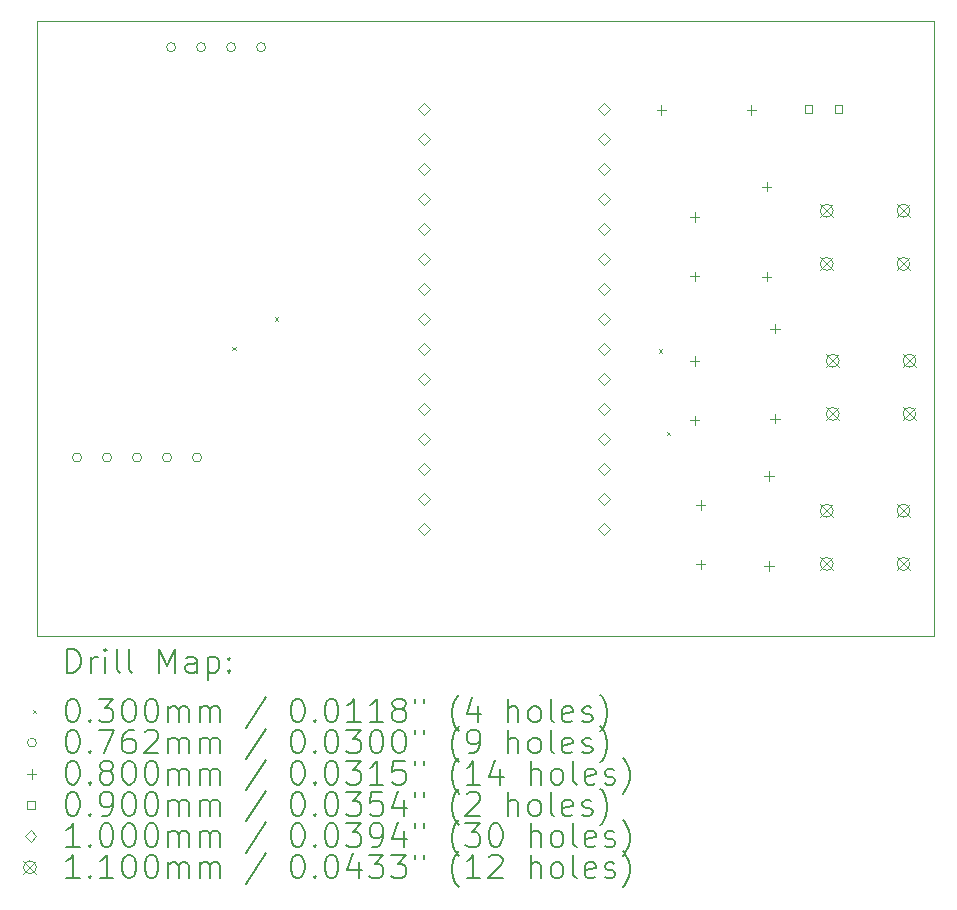
<source format=gbr>
%TF.GenerationSoftware,KiCad,Pcbnew,9.0.6*%
%TF.CreationDate,2025-12-25T14:27:43+05:30*%
%TF.ProjectId,new_first_pcb,6e65775f-6669-4727-9374-5f7063622e6b,rev?*%
%TF.SameCoordinates,Original*%
%TF.FileFunction,Drillmap*%
%TF.FilePolarity,Positive*%
%FSLAX45Y45*%
G04 Gerber Fmt 4.5, Leading zero omitted, Abs format (unit mm)*
G04 Created by KiCad (PCBNEW 9.0.6) date 2025-12-25 14:27:43*
%MOMM*%
%LPD*%
G01*
G04 APERTURE LIST*
%ADD10C,0.038100*%
%ADD11C,0.200000*%
%ADD12C,0.100000*%
%ADD13C,0.110000*%
G04 APERTURE END LIST*
D10*
X8500000Y-13300000D02*
X16100000Y-13300000D01*
X16100000Y-8100000D02*
X8500000Y-8100000D01*
X8500000Y-8100000D02*
X8500000Y-13300000D01*
X16100000Y-13300000D02*
X16100000Y-8100000D01*
D11*
D12*
X10155000Y-10855000D02*
X10185000Y-10885000D01*
X10185000Y-10855000D02*
X10155000Y-10885000D01*
X10515000Y-10605000D02*
X10545000Y-10635000D01*
X10545000Y-10605000D02*
X10515000Y-10635000D01*
X13765000Y-10875000D02*
X13795000Y-10905000D01*
X13795000Y-10875000D02*
X13765000Y-10905000D01*
X13835000Y-11575000D02*
X13865000Y-11605000D01*
X13865000Y-11575000D02*
X13835000Y-11605000D01*
X8880100Y-11792000D02*
G75*
G02*
X8803900Y-11792000I-38100J0D01*
G01*
X8803900Y-11792000D02*
G75*
G02*
X8880100Y-11792000I38100J0D01*
G01*
X9134100Y-11792000D02*
G75*
G02*
X9057900Y-11792000I-38100J0D01*
G01*
X9057900Y-11792000D02*
G75*
G02*
X9134100Y-11792000I38100J0D01*
G01*
X9388100Y-11792000D02*
G75*
G02*
X9311900Y-11792000I-38100J0D01*
G01*
X9311900Y-11792000D02*
G75*
G02*
X9388100Y-11792000I38100J0D01*
G01*
X9642100Y-11792000D02*
G75*
G02*
X9565900Y-11792000I-38100J0D01*
G01*
X9565900Y-11792000D02*
G75*
G02*
X9642100Y-11792000I38100J0D01*
G01*
X9676100Y-8318000D02*
G75*
G02*
X9599900Y-8318000I-38100J0D01*
G01*
X9599900Y-8318000D02*
G75*
G02*
X9676100Y-8318000I38100J0D01*
G01*
X9896100Y-11792000D02*
G75*
G02*
X9819900Y-11792000I-38100J0D01*
G01*
X9819900Y-11792000D02*
G75*
G02*
X9896100Y-11792000I38100J0D01*
G01*
X9930100Y-8318000D02*
G75*
G02*
X9853900Y-8318000I-38100J0D01*
G01*
X9853900Y-8318000D02*
G75*
G02*
X9930100Y-8318000I38100J0D01*
G01*
X10184100Y-8318000D02*
G75*
G02*
X10107900Y-8318000I-38100J0D01*
G01*
X10107900Y-8318000D02*
G75*
G02*
X10184100Y-8318000I38100J0D01*
G01*
X10438100Y-8318000D02*
G75*
G02*
X10361900Y-8318000I-38100J0D01*
G01*
X10361900Y-8318000D02*
G75*
G02*
X10438100Y-8318000I38100J0D01*
G01*
X13788000Y-8810000D02*
X13788000Y-8890000D01*
X13748000Y-8850000D02*
X13828000Y-8850000D01*
X14071600Y-9717600D02*
X14071600Y-9797600D01*
X14031600Y-9757600D02*
X14111600Y-9757600D01*
X14071600Y-10217600D02*
X14071600Y-10297600D01*
X14031600Y-10257600D02*
X14111600Y-10257600D01*
X14071600Y-10936800D02*
X14071600Y-11016800D01*
X14031600Y-10976800D02*
X14111600Y-10976800D01*
X14071600Y-11436800D02*
X14071600Y-11516800D01*
X14031600Y-11476800D02*
X14111600Y-11476800D01*
X14122400Y-12156000D02*
X14122400Y-12236000D01*
X14082400Y-12196000D02*
X14162400Y-12196000D01*
X14122400Y-12656000D02*
X14122400Y-12736000D01*
X14082400Y-12696000D02*
X14162400Y-12696000D01*
X14550000Y-8810000D02*
X14550000Y-8890000D01*
X14510000Y-8850000D02*
X14590000Y-8850000D01*
X14681200Y-9459600D02*
X14681200Y-9539600D01*
X14641200Y-9499600D02*
X14721200Y-9499600D01*
X14681200Y-10221600D02*
X14681200Y-10301600D01*
X14641200Y-10261600D02*
X14721200Y-10261600D01*
X14700000Y-11910000D02*
X14700000Y-11990000D01*
X14660000Y-11950000D02*
X14740000Y-11950000D01*
X14700000Y-12672000D02*
X14700000Y-12752000D01*
X14660000Y-12712000D02*
X14740000Y-12712000D01*
X14750000Y-10660000D02*
X14750000Y-10740000D01*
X14710000Y-10700000D02*
X14790000Y-10700000D01*
X14750000Y-11422000D02*
X14750000Y-11502000D01*
X14710000Y-11462000D02*
X14790000Y-11462000D01*
X15068620Y-8871020D02*
X15068620Y-8807380D01*
X15004980Y-8807380D01*
X15004980Y-8871020D01*
X15068620Y-8871020D01*
X15322620Y-8871020D02*
X15322620Y-8807380D01*
X15258980Y-8807380D01*
X15258980Y-8871020D01*
X15322620Y-8871020D01*
X11776000Y-8894000D02*
X11826000Y-8844000D01*
X11776000Y-8794000D01*
X11726000Y-8844000D01*
X11776000Y-8894000D01*
X11776000Y-9148000D02*
X11826000Y-9098000D01*
X11776000Y-9048000D01*
X11726000Y-9098000D01*
X11776000Y-9148000D01*
X11776000Y-9402000D02*
X11826000Y-9352000D01*
X11776000Y-9302000D01*
X11726000Y-9352000D01*
X11776000Y-9402000D01*
X11776000Y-9656000D02*
X11826000Y-9606000D01*
X11776000Y-9556000D01*
X11726000Y-9606000D01*
X11776000Y-9656000D01*
X11776000Y-9910000D02*
X11826000Y-9860000D01*
X11776000Y-9810000D01*
X11726000Y-9860000D01*
X11776000Y-9910000D01*
X11776000Y-10164000D02*
X11826000Y-10114000D01*
X11776000Y-10064000D01*
X11726000Y-10114000D01*
X11776000Y-10164000D01*
X11776000Y-10418000D02*
X11826000Y-10368000D01*
X11776000Y-10318000D01*
X11726000Y-10368000D01*
X11776000Y-10418000D01*
X11776000Y-10672000D02*
X11826000Y-10622000D01*
X11776000Y-10572000D01*
X11726000Y-10622000D01*
X11776000Y-10672000D01*
X11776000Y-10926000D02*
X11826000Y-10876000D01*
X11776000Y-10826000D01*
X11726000Y-10876000D01*
X11776000Y-10926000D01*
X11776000Y-11180000D02*
X11826000Y-11130000D01*
X11776000Y-11080000D01*
X11726000Y-11130000D01*
X11776000Y-11180000D01*
X11776000Y-11434000D02*
X11826000Y-11384000D01*
X11776000Y-11334000D01*
X11726000Y-11384000D01*
X11776000Y-11434000D01*
X11776000Y-11688000D02*
X11826000Y-11638000D01*
X11776000Y-11588000D01*
X11726000Y-11638000D01*
X11776000Y-11688000D01*
X11776000Y-11942000D02*
X11826000Y-11892000D01*
X11776000Y-11842000D01*
X11726000Y-11892000D01*
X11776000Y-11942000D01*
X11776000Y-12196000D02*
X11826000Y-12146000D01*
X11776000Y-12096000D01*
X11726000Y-12146000D01*
X11776000Y-12196000D01*
X11776000Y-12450000D02*
X11826000Y-12400000D01*
X11776000Y-12350000D01*
X11726000Y-12400000D01*
X11776000Y-12450000D01*
X13300000Y-8894000D02*
X13350000Y-8844000D01*
X13300000Y-8794000D01*
X13250000Y-8844000D01*
X13300000Y-8894000D01*
X13300000Y-9148000D02*
X13350000Y-9098000D01*
X13300000Y-9048000D01*
X13250000Y-9098000D01*
X13300000Y-9148000D01*
X13300000Y-9402000D02*
X13350000Y-9352000D01*
X13300000Y-9302000D01*
X13250000Y-9352000D01*
X13300000Y-9402000D01*
X13300000Y-9656000D02*
X13350000Y-9606000D01*
X13300000Y-9556000D01*
X13250000Y-9606000D01*
X13300000Y-9656000D01*
X13300000Y-9910000D02*
X13350000Y-9860000D01*
X13300000Y-9810000D01*
X13250000Y-9860000D01*
X13300000Y-9910000D01*
X13300000Y-10164000D02*
X13350000Y-10114000D01*
X13300000Y-10064000D01*
X13250000Y-10114000D01*
X13300000Y-10164000D01*
X13300000Y-10418000D02*
X13350000Y-10368000D01*
X13300000Y-10318000D01*
X13250000Y-10368000D01*
X13300000Y-10418000D01*
X13300000Y-10672000D02*
X13350000Y-10622000D01*
X13300000Y-10572000D01*
X13250000Y-10622000D01*
X13300000Y-10672000D01*
X13300000Y-10926000D02*
X13350000Y-10876000D01*
X13300000Y-10826000D01*
X13250000Y-10876000D01*
X13300000Y-10926000D01*
X13300000Y-11180000D02*
X13350000Y-11130000D01*
X13300000Y-11080000D01*
X13250000Y-11130000D01*
X13300000Y-11180000D01*
X13300000Y-11434000D02*
X13350000Y-11384000D01*
X13300000Y-11334000D01*
X13250000Y-11384000D01*
X13300000Y-11434000D01*
X13300000Y-11688000D02*
X13350000Y-11638000D01*
X13300000Y-11588000D01*
X13250000Y-11638000D01*
X13300000Y-11688000D01*
X13300000Y-11942000D02*
X13350000Y-11892000D01*
X13300000Y-11842000D01*
X13250000Y-11892000D01*
X13300000Y-11942000D01*
X13300000Y-12196000D02*
X13350000Y-12146000D01*
X13300000Y-12096000D01*
X13250000Y-12146000D01*
X13300000Y-12196000D01*
X13300000Y-12450000D02*
X13350000Y-12400000D01*
X13300000Y-12350000D01*
X13250000Y-12400000D01*
X13300000Y-12450000D01*
D13*
X15134200Y-9647800D02*
X15244200Y-9757800D01*
X15244200Y-9647800D02*
X15134200Y-9757800D01*
X15244200Y-9702800D02*
G75*
G02*
X15134200Y-9702800I-55000J0D01*
G01*
X15134200Y-9702800D02*
G75*
G02*
X15244200Y-9702800I55000J0D01*
G01*
X15134200Y-10097800D02*
X15244200Y-10207800D01*
X15244200Y-10097800D02*
X15134200Y-10207800D01*
X15244200Y-10152800D02*
G75*
G02*
X15134200Y-10152800I-55000J0D01*
G01*
X15134200Y-10152800D02*
G75*
G02*
X15244200Y-10152800I55000J0D01*
G01*
X15134200Y-12187800D02*
X15244200Y-12297800D01*
X15244200Y-12187800D02*
X15134200Y-12297800D01*
X15244200Y-12242800D02*
G75*
G02*
X15134200Y-12242800I-55000J0D01*
G01*
X15134200Y-12242800D02*
G75*
G02*
X15244200Y-12242800I55000J0D01*
G01*
X15134200Y-12637800D02*
X15244200Y-12747800D01*
X15244200Y-12637800D02*
X15134200Y-12747800D01*
X15244200Y-12692800D02*
G75*
G02*
X15134200Y-12692800I-55000J0D01*
G01*
X15134200Y-12692800D02*
G75*
G02*
X15244200Y-12692800I55000J0D01*
G01*
X15185000Y-10917800D02*
X15295000Y-11027800D01*
X15295000Y-10917800D02*
X15185000Y-11027800D01*
X15295000Y-10972800D02*
G75*
G02*
X15185000Y-10972800I-55000J0D01*
G01*
X15185000Y-10972800D02*
G75*
G02*
X15295000Y-10972800I55000J0D01*
G01*
X15185000Y-11367800D02*
X15295000Y-11477800D01*
X15295000Y-11367800D02*
X15185000Y-11477800D01*
X15295000Y-11422800D02*
G75*
G02*
X15185000Y-11422800I-55000J0D01*
G01*
X15185000Y-11422800D02*
G75*
G02*
X15295000Y-11422800I55000J0D01*
G01*
X15784200Y-9647800D02*
X15894200Y-9757800D01*
X15894200Y-9647800D02*
X15784200Y-9757800D01*
X15894200Y-9702800D02*
G75*
G02*
X15784200Y-9702800I-55000J0D01*
G01*
X15784200Y-9702800D02*
G75*
G02*
X15894200Y-9702800I55000J0D01*
G01*
X15784200Y-10097800D02*
X15894200Y-10207800D01*
X15894200Y-10097800D02*
X15784200Y-10207800D01*
X15894200Y-10152800D02*
G75*
G02*
X15784200Y-10152800I-55000J0D01*
G01*
X15784200Y-10152800D02*
G75*
G02*
X15894200Y-10152800I55000J0D01*
G01*
X15784200Y-12187800D02*
X15894200Y-12297800D01*
X15894200Y-12187800D02*
X15784200Y-12297800D01*
X15894200Y-12242800D02*
G75*
G02*
X15784200Y-12242800I-55000J0D01*
G01*
X15784200Y-12242800D02*
G75*
G02*
X15894200Y-12242800I55000J0D01*
G01*
X15784200Y-12637800D02*
X15894200Y-12747800D01*
X15894200Y-12637800D02*
X15784200Y-12747800D01*
X15894200Y-12692800D02*
G75*
G02*
X15784200Y-12692800I-55000J0D01*
G01*
X15784200Y-12692800D02*
G75*
G02*
X15894200Y-12692800I55000J0D01*
G01*
X15835000Y-10917800D02*
X15945000Y-11027800D01*
X15945000Y-10917800D02*
X15835000Y-11027800D01*
X15945000Y-10972800D02*
G75*
G02*
X15835000Y-10972800I-55000J0D01*
G01*
X15835000Y-10972800D02*
G75*
G02*
X15945000Y-10972800I55000J0D01*
G01*
X15835000Y-11367800D02*
X15945000Y-11477800D01*
X15945000Y-11367800D02*
X15835000Y-11477800D01*
X15945000Y-11422800D02*
G75*
G02*
X15835000Y-11422800I-55000J0D01*
G01*
X15835000Y-11422800D02*
G75*
G02*
X15945000Y-11422800I55000J0D01*
G01*
D11*
X8758872Y-13613389D02*
X8758872Y-13413389D01*
X8758872Y-13413389D02*
X8806491Y-13413389D01*
X8806491Y-13413389D02*
X8835062Y-13422913D01*
X8835062Y-13422913D02*
X8854110Y-13441960D01*
X8854110Y-13441960D02*
X8863634Y-13461008D01*
X8863634Y-13461008D02*
X8873158Y-13499103D01*
X8873158Y-13499103D02*
X8873158Y-13527674D01*
X8873158Y-13527674D02*
X8863634Y-13565770D01*
X8863634Y-13565770D02*
X8854110Y-13584817D01*
X8854110Y-13584817D02*
X8835062Y-13603865D01*
X8835062Y-13603865D02*
X8806491Y-13613389D01*
X8806491Y-13613389D02*
X8758872Y-13613389D01*
X8958872Y-13613389D02*
X8958872Y-13480055D01*
X8958872Y-13518151D02*
X8968396Y-13499103D01*
X8968396Y-13499103D02*
X8977919Y-13489579D01*
X8977919Y-13489579D02*
X8996967Y-13480055D01*
X8996967Y-13480055D02*
X9016015Y-13480055D01*
X9082681Y-13613389D02*
X9082681Y-13480055D01*
X9082681Y-13413389D02*
X9073158Y-13422913D01*
X9073158Y-13422913D02*
X9082681Y-13432436D01*
X9082681Y-13432436D02*
X9092205Y-13422913D01*
X9092205Y-13422913D02*
X9082681Y-13413389D01*
X9082681Y-13413389D02*
X9082681Y-13432436D01*
X9206491Y-13613389D02*
X9187443Y-13603865D01*
X9187443Y-13603865D02*
X9177919Y-13584817D01*
X9177919Y-13584817D02*
X9177919Y-13413389D01*
X9311253Y-13613389D02*
X9292205Y-13603865D01*
X9292205Y-13603865D02*
X9282681Y-13584817D01*
X9282681Y-13584817D02*
X9282681Y-13413389D01*
X9539824Y-13613389D02*
X9539824Y-13413389D01*
X9539824Y-13413389D02*
X9606491Y-13556246D01*
X9606491Y-13556246D02*
X9673158Y-13413389D01*
X9673158Y-13413389D02*
X9673158Y-13613389D01*
X9854110Y-13613389D02*
X9854110Y-13508627D01*
X9854110Y-13508627D02*
X9844586Y-13489579D01*
X9844586Y-13489579D02*
X9825539Y-13480055D01*
X9825539Y-13480055D02*
X9787443Y-13480055D01*
X9787443Y-13480055D02*
X9768396Y-13489579D01*
X9854110Y-13603865D02*
X9835062Y-13613389D01*
X9835062Y-13613389D02*
X9787443Y-13613389D01*
X9787443Y-13613389D02*
X9768396Y-13603865D01*
X9768396Y-13603865D02*
X9758872Y-13584817D01*
X9758872Y-13584817D02*
X9758872Y-13565770D01*
X9758872Y-13565770D02*
X9768396Y-13546722D01*
X9768396Y-13546722D02*
X9787443Y-13537198D01*
X9787443Y-13537198D02*
X9835062Y-13537198D01*
X9835062Y-13537198D02*
X9854110Y-13527674D01*
X9949348Y-13480055D02*
X9949348Y-13680055D01*
X9949348Y-13489579D02*
X9968396Y-13480055D01*
X9968396Y-13480055D02*
X10006491Y-13480055D01*
X10006491Y-13480055D02*
X10025539Y-13489579D01*
X10025539Y-13489579D02*
X10035062Y-13499103D01*
X10035062Y-13499103D02*
X10044586Y-13518151D01*
X10044586Y-13518151D02*
X10044586Y-13575293D01*
X10044586Y-13575293D02*
X10035062Y-13594341D01*
X10035062Y-13594341D02*
X10025539Y-13603865D01*
X10025539Y-13603865D02*
X10006491Y-13613389D01*
X10006491Y-13613389D02*
X9968396Y-13613389D01*
X9968396Y-13613389D02*
X9949348Y-13603865D01*
X10130300Y-13594341D02*
X10139824Y-13603865D01*
X10139824Y-13603865D02*
X10130300Y-13613389D01*
X10130300Y-13613389D02*
X10120777Y-13603865D01*
X10120777Y-13603865D02*
X10130300Y-13594341D01*
X10130300Y-13594341D02*
X10130300Y-13613389D01*
X10130300Y-13489579D02*
X10139824Y-13499103D01*
X10139824Y-13499103D02*
X10130300Y-13508627D01*
X10130300Y-13508627D02*
X10120777Y-13499103D01*
X10120777Y-13499103D02*
X10130300Y-13489579D01*
X10130300Y-13489579D02*
X10130300Y-13508627D01*
D12*
X8468095Y-13926905D02*
X8498095Y-13956905D01*
X8498095Y-13926905D02*
X8468095Y-13956905D01*
D11*
X8796967Y-13833389D02*
X8816015Y-13833389D01*
X8816015Y-13833389D02*
X8835062Y-13842913D01*
X8835062Y-13842913D02*
X8844586Y-13852436D01*
X8844586Y-13852436D02*
X8854110Y-13871484D01*
X8854110Y-13871484D02*
X8863634Y-13909579D01*
X8863634Y-13909579D02*
X8863634Y-13957198D01*
X8863634Y-13957198D02*
X8854110Y-13995293D01*
X8854110Y-13995293D02*
X8844586Y-14014341D01*
X8844586Y-14014341D02*
X8835062Y-14023865D01*
X8835062Y-14023865D02*
X8816015Y-14033389D01*
X8816015Y-14033389D02*
X8796967Y-14033389D01*
X8796967Y-14033389D02*
X8777919Y-14023865D01*
X8777919Y-14023865D02*
X8768396Y-14014341D01*
X8768396Y-14014341D02*
X8758872Y-13995293D01*
X8758872Y-13995293D02*
X8749348Y-13957198D01*
X8749348Y-13957198D02*
X8749348Y-13909579D01*
X8749348Y-13909579D02*
X8758872Y-13871484D01*
X8758872Y-13871484D02*
X8768396Y-13852436D01*
X8768396Y-13852436D02*
X8777919Y-13842913D01*
X8777919Y-13842913D02*
X8796967Y-13833389D01*
X8949348Y-14014341D02*
X8958872Y-14023865D01*
X8958872Y-14023865D02*
X8949348Y-14033389D01*
X8949348Y-14033389D02*
X8939824Y-14023865D01*
X8939824Y-14023865D02*
X8949348Y-14014341D01*
X8949348Y-14014341D02*
X8949348Y-14033389D01*
X9025539Y-13833389D02*
X9149348Y-13833389D01*
X9149348Y-13833389D02*
X9082681Y-13909579D01*
X9082681Y-13909579D02*
X9111253Y-13909579D01*
X9111253Y-13909579D02*
X9130300Y-13919103D01*
X9130300Y-13919103D02*
X9139824Y-13928627D01*
X9139824Y-13928627D02*
X9149348Y-13947674D01*
X9149348Y-13947674D02*
X9149348Y-13995293D01*
X9149348Y-13995293D02*
X9139824Y-14014341D01*
X9139824Y-14014341D02*
X9130300Y-14023865D01*
X9130300Y-14023865D02*
X9111253Y-14033389D01*
X9111253Y-14033389D02*
X9054110Y-14033389D01*
X9054110Y-14033389D02*
X9035062Y-14023865D01*
X9035062Y-14023865D02*
X9025539Y-14014341D01*
X9273158Y-13833389D02*
X9292205Y-13833389D01*
X9292205Y-13833389D02*
X9311253Y-13842913D01*
X9311253Y-13842913D02*
X9320777Y-13852436D01*
X9320777Y-13852436D02*
X9330300Y-13871484D01*
X9330300Y-13871484D02*
X9339824Y-13909579D01*
X9339824Y-13909579D02*
X9339824Y-13957198D01*
X9339824Y-13957198D02*
X9330300Y-13995293D01*
X9330300Y-13995293D02*
X9320777Y-14014341D01*
X9320777Y-14014341D02*
X9311253Y-14023865D01*
X9311253Y-14023865D02*
X9292205Y-14033389D01*
X9292205Y-14033389D02*
X9273158Y-14033389D01*
X9273158Y-14033389D02*
X9254110Y-14023865D01*
X9254110Y-14023865D02*
X9244586Y-14014341D01*
X9244586Y-14014341D02*
X9235062Y-13995293D01*
X9235062Y-13995293D02*
X9225539Y-13957198D01*
X9225539Y-13957198D02*
X9225539Y-13909579D01*
X9225539Y-13909579D02*
X9235062Y-13871484D01*
X9235062Y-13871484D02*
X9244586Y-13852436D01*
X9244586Y-13852436D02*
X9254110Y-13842913D01*
X9254110Y-13842913D02*
X9273158Y-13833389D01*
X9463634Y-13833389D02*
X9482681Y-13833389D01*
X9482681Y-13833389D02*
X9501729Y-13842913D01*
X9501729Y-13842913D02*
X9511253Y-13852436D01*
X9511253Y-13852436D02*
X9520777Y-13871484D01*
X9520777Y-13871484D02*
X9530300Y-13909579D01*
X9530300Y-13909579D02*
X9530300Y-13957198D01*
X9530300Y-13957198D02*
X9520777Y-13995293D01*
X9520777Y-13995293D02*
X9511253Y-14014341D01*
X9511253Y-14014341D02*
X9501729Y-14023865D01*
X9501729Y-14023865D02*
X9482681Y-14033389D01*
X9482681Y-14033389D02*
X9463634Y-14033389D01*
X9463634Y-14033389D02*
X9444586Y-14023865D01*
X9444586Y-14023865D02*
X9435062Y-14014341D01*
X9435062Y-14014341D02*
X9425539Y-13995293D01*
X9425539Y-13995293D02*
X9416015Y-13957198D01*
X9416015Y-13957198D02*
X9416015Y-13909579D01*
X9416015Y-13909579D02*
X9425539Y-13871484D01*
X9425539Y-13871484D02*
X9435062Y-13852436D01*
X9435062Y-13852436D02*
X9444586Y-13842913D01*
X9444586Y-13842913D02*
X9463634Y-13833389D01*
X9616015Y-14033389D02*
X9616015Y-13900055D01*
X9616015Y-13919103D02*
X9625539Y-13909579D01*
X9625539Y-13909579D02*
X9644586Y-13900055D01*
X9644586Y-13900055D02*
X9673158Y-13900055D01*
X9673158Y-13900055D02*
X9692205Y-13909579D01*
X9692205Y-13909579D02*
X9701729Y-13928627D01*
X9701729Y-13928627D02*
X9701729Y-14033389D01*
X9701729Y-13928627D02*
X9711253Y-13909579D01*
X9711253Y-13909579D02*
X9730300Y-13900055D01*
X9730300Y-13900055D02*
X9758872Y-13900055D01*
X9758872Y-13900055D02*
X9777920Y-13909579D01*
X9777920Y-13909579D02*
X9787443Y-13928627D01*
X9787443Y-13928627D02*
X9787443Y-14033389D01*
X9882681Y-14033389D02*
X9882681Y-13900055D01*
X9882681Y-13919103D02*
X9892205Y-13909579D01*
X9892205Y-13909579D02*
X9911253Y-13900055D01*
X9911253Y-13900055D02*
X9939824Y-13900055D01*
X9939824Y-13900055D02*
X9958872Y-13909579D01*
X9958872Y-13909579D02*
X9968396Y-13928627D01*
X9968396Y-13928627D02*
X9968396Y-14033389D01*
X9968396Y-13928627D02*
X9977920Y-13909579D01*
X9977920Y-13909579D02*
X9996967Y-13900055D01*
X9996967Y-13900055D02*
X10025539Y-13900055D01*
X10025539Y-13900055D02*
X10044586Y-13909579D01*
X10044586Y-13909579D02*
X10054110Y-13928627D01*
X10054110Y-13928627D02*
X10054110Y-14033389D01*
X10444586Y-13823865D02*
X10273158Y-14081008D01*
X10701729Y-13833389D02*
X10720777Y-13833389D01*
X10720777Y-13833389D02*
X10739824Y-13842913D01*
X10739824Y-13842913D02*
X10749348Y-13852436D01*
X10749348Y-13852436D02*
X10758872Y-13871484D01*
X10758872Y-13871484D02*
X10768396Y-13909579D01*
X10768396Y-13909579D02*
X10768396Y-13957198D01*
X10768396Y-13957198D02*
X10758872Y-13995293D01*
X10758872Y-13995293D02*
X10749348Y-14014341D01*
X10749348Y-14014341D02*
X10739824Y-14023865D01*
X10739824Y-14023865D02*
X10720777Y-14033389D01*
X10720777Y-14033389D02*
X10701729Y-14033389D01*
X10701729Y-14033389D02*
X10682682Y-14023865D01*
X10682682Y-14023865D02*
X10673158Y-14014341D01*
X10673158Y-14014341D02*
X10663634Y-13995293D01*
X10663634Y-13995293D02*
X10654110Y-13957198D01*
X10654110Y-13957198D02*
X10654110Y-13909579D01*
X10654110Y-13909579D02*
X10663634Y-13871484D01*
X10663634Y-13871484D02*
X10673158Y-13852436D01*
X10673158Y-13852436D02*
X10682682Y-13842913D01*
X10682682Y-13842913D02*
X10701729Y-13833389D01*
X10854110Y-14014341D02*
X10863634Y-14023865D01*
X10863634Y-14023865D02*
X10854110Y-14033389D01*
X10854110Y-14033389D02*
X10844586Y-14023865D01*
X10844586Y-14023865D02*
X10854110Y-14014341D01*
X10854110Y-14014341D02*
X10854110Y-14033389D01*
X10987443Y-13833389D02*
X11006491Y-13833389D01*
X11006491Y-13833389D02*
X11025539Y-13842913D01*
X11025539Y-13842913D02*
X11035063Y-13852436D01*
X11035063Y-13852436D02*
X11044586Y-13871484D01*
X11044586Y-13871484D02*
X11054110Y-13909579D01*
X11054110Y-13909579D02*
X11054110Y-13957198D01*
X11054110Y-13957198D02*
X11044586Y-13995293D01*
X11044586Y-13995293D02*
X11035063Y-14014341D01*
X11035063Y-14014341D02*
X11025539Y-14023865D01*
X11025539Y-14023865D02*
X11006491Y-14033389D01*
X11006491Y-14033389D02*
X10987443Y-14033389D01*
X10987443Y-14033389D02*
X10968396Y-14023865D01*
X10968396Y-14023865D02*
X10958872Y-14014341D01*
X10958872Y-14014341D02*
X10949348Y-13995293D01*
X10949348Y-13995293D02*
X10939824Y-13957198D01*
X10939824Y-13957198D02*
X10939824Y-13909579D01*
X10939824Y-13909579D02*
X10949348Y-13871484D01*
X10949348Y-13871484D02*
X10958872Y-13852436D01*
X10958872Y-13852436D02*
X10968396Y-13842913D01*
X10968396Y-13842913D02*
X10987443Y-13833389D01*
X11244586Y-14033389D02*
X11130301Y-14033389D01*
X11187443Y-14033389D02*
X11187443Y-13833389D01*
X11187443Y-13833389D02*
X11168396Y-13861960D01*
X11168396Y-13861960D02*
X11149348Y-13881008D01*
X11149348Y-13881008D02*
X11130301Y-13890532D01*
X11435062Y-14033389D02*
X11320777Y-14033389D01*
X11377920Y-14033389D02*
X11377920Y-13833389D01*
X11377920Y-13833389D02*
X11358872Y-13861960D01*
X11358872Y-13861960D02*
X11339824Y-13881008D01*
X11339824Y-13881008D02*
X11320777Y-13890532D01*
X11549348Y-13919103D02*
X11530301Y-13909579D01*
X11530301Y-13909579D02*
X11520777Y-13900055D01*
X11520777Y-13900055D02*
X11511253Y-13881008D01*
X11511253Y-13881008D02*
X11511253Y-13871484D01*
X11511253Y-13871484D02*
X11520777Y-13852436D01*
X11520777Y-13852436D02*
X11530301Y-13842913D01*
X11530301Y-13842913D02*
X11549348Y-13833389D01*
X11549348Y-13833389D02*
X11587443Y-13833389D01*
X11587443Y-13833389D02*
X11606491Y-13842913D01*
X11606491Y-13842913D02*
X11616015Y-13852436D01*
X11616015Y-13852436D02*
X11625539Y-13871484D01*
X11625539Y-13871484D02*
X11625539Y-13881008D01*
X11625539Y-13881008D02*
X11616015Y-13900055D01*
X11616015Y-13900055D02*
X11606491Y-13909579D01*
X11606491Y-13909579D02*
X11587443Y-13919103D01*
X11587443Y-13919103D02*
X11549348Y-13919103D01*
X11549348Y-13919103D02*
X11530301Y-13928627D01*
X11530301Y-13928627D02*
X11520777Y-13938151D01*
X11520777Y-13938151D02*
X11511253Y-13957198D01*
X11511253Y-13957198D02*
X11511253Y-13995293D01*
X11511253Y-13995293D02*
X11520777Y-14014341D01*
X11520777Y-14014341D02*
X11530301Y-14023865D01*
X11530301Y-14023865D02*
X11549348Y-14033389D01*
X11549348Y-14033389D02*
X11587443Y-14033389D01*
X11587443Y-14033389D02*
X11606491Y-14023865D01*
X11606491Y-14023865D02*
X11616015Y-14014341D01*
X11616015Y-14014341D02*
X11625539Y-13995293D01*
X11625539Y-13995293D02*
X11625539Y-13957198D01*
X11625539Y-13957198D02*
X11616015Y-13938151D01*
X11616015Y-13938151D02*
X11606491Y-13928627D01*
X11606491Y-13928627D02*
X11587443Y-13919103D01*
X11701729Y-13833389D02*
X11701729Y-13871484D01*
X11777920Y-13833389D02*
X11777920Y-13871484D01*
X12073158Y-14109579D02*
X12063634Y-14100055D01*
X12063634Y-14100055D02*
X12044586Y-14071484D01*
X12044586Y-14071484D02*
X12035063Y-14052436D01*
X12035063Y-14052436D02*
X12025539Y-14023865D01*
X12025539Y-14023865D02*
X12016015Y-13976246D01*
X12016015Y-13976246D02*
X12016015Y-13938151D01*
X12016015Y-13938151D02*
X12025539Y-13890532D01*
X12025539Y-13890532D02*
X12035063Y-13861960D01*
X12035063Y-13861960D02*
X12044586Y-13842913D01*
X12044586Y-13842913D02*
X12063634Y-13814341D01*
X12063634Y-13814341D02*
X12073158Y-13804817D01*
X12235063Y-13900055D02*
X12235063Y-14033389D01*
X12187443Y-13823865D02*
X12139824Y-13966722D01*
X12139824Y-13966722D02*
X12263634Y-13966722D01*
X12492205Y-14033389D02*
X12492205Y-13833389D01*
X12577920Y-14033389D02*
X12577920Y-13928627D01*
X12577920Y-13928627D02*
X12568396Y-13909579D01*
X12568396Y-13909579D02*
X12549348Y-13900055D01*
X12549348Y-13900055D02*
X12520777Y-13900055D01*
X12520777Y-13900055D02*
X12501729Y-13909579D01*
X12501729Y-13909579D02*
X12492205Y-13919103D01*
X12701729Y-14033389D02*
X12682682Y-14023865D01*
X12682682Y-14023865D02*
X12673158Y-14014341D01*
X12673158Y-14014341D02*
X12663634Y-13995293D01*
X12663634Y-13995293D02*
X12663634Y-13938151D01*
X12663634Y-13938151D02*
X12673158Y-13919103D01*
X12673158Y-13919103D02*
X12682682Y-13909579D01*
X12682682Y-13909579D02*
X12701729Y-13900055D01*
X12701729Y-13900055D02*
X12730301Y-13900055D01*
X12730301Y-13900055D02*
X12749348Y-13909579D01*
X12749348Y-13909579D02*
X12758872Y-13919103D01*
X12758872Y-13919103D02*
X12768396Y-13938151D01*
X12768396Y-13938151D02*
X12768396Y-13995293D01*
X12768396Y-13995293D02*
X12758872Y-14014341D01*
X12758872Y-14014341D02*
X12749348Y-14023865D01*
X12749348Y-14023865D02*
X12730301Y-14033389D01*
X12730301Y-14033389D02*
X12701729Y-14033389D01*
X12882682Y-14033389D02*
X12863634Y-14023865D01*
X12863634Y-14023865D02*
X12854110Y-14004817D01*
X12854110Y-14004817D02*
X12854110Y-13833389D01*
X13035063Y-14023865D02*
X13016015Y-14033389D01*
X13016015Y-14033389D02*
X12977920Y-14033389D01*
X12977920Y-14033389D02*
X12958872Y-14023865D01*
X12958872Y-14023865D02*
X12949348Y-14004817D01*
X12949348Y-14004817D02*
X12949348Y-13928627D01*
X12949348Y-13928627D02*
X12958872Y-13909579D01*
X12958872Y-13909579D02*
X12977920Y-13900055D01*
X12977920Y-13900055D02*
X13016015Y-13900055D01*
X13016015Y-13900055D02*
X13035063Y-13909579D01*
X13035063Y-13909579D02*
X13044586Y-13928627D01*
X13044586Y-13928627D02*
X13044586Y-13947674D01*
X13044586Y-13947674D02*
X12949348Y-13966722D01*
X13120777Y-14023865D02*
X13139825Y-14033389D01*
X13139825Y-14033389D02*
X13177920Y-14033389D01*
X13177920Y-14033389D02*
X13196967Y-14023865D01*
X13196967Y-14023865D02*
X13206491Y-14004817D01*
X13206491Y-14004817D02*
X13206491Y-13995293D01*
X13206491Y-13995293D02*
X13196967Y-13976246D01*
X13196967Y-13976246D02*
X13177920Y-13966722D01*
X13177920Y-13966722D02*
X13149348Y-13966722D01*
X13149348Y-13966722D02*
X13130301Y-13957198D01*
X13130301Y-13957198D02*
X13120777Y-13938151D01*
X13120777Y-13938151D02*
X13120777Y-13928627D01*
X13120777Y-13928627D02*
X13130301Y-13909579D01*
X13130301Y-13909579D02*
X13149348Y-13900055D01*
X13149348Y-13900055D02*
X13177920Y-13900055D01*
X13177920Y-13900055D02*
X13196967Y-13909579D01*
X13273158Y-14109579D02*
X13282682Y-14100055D01*
X13282682Y-14100055D02*
X13301729Y-14071484D01*
X13301729Y-14071484D02*
X13311253Y-14052436D01*
X13311253Y-14052436D02*
X13320777Y-14023865D01*
X13320777Y-14023865D02*
X13330301Y-13976246D01*
X13330301Y-13976246D02*
X13330301Y-13938151D01*
X13330301Y-13938151D02*
X13320777Y-13890532D01*
X13320777Y-13890532D02*
X13311253Y-13861960D01*
X13311253Y-13861960D02*
X13301729Y-13842913D01*
X13301729Y-13842913D02*
X13282682Y-13814341D01*
X13282682Y-13814341D02*
X13273158Y-13804817D01*
D12*
X8498095Y-14205905D02*
G75*
G02*
X8421895Y-14205905I-38100J0D01*
G01*
X8421895Y-14205905D02*
G75*
G02*
X8498095Y-14205905I38100J0D01*
G01*
D11*
X8796967Y-14097389D02*
X8816015Y-14097389D01*
X8816015Y-14097389D02*
X8835062Y-14106913D01*
X8835062Y-14106913D02*
X8844586Y-14116436D01*
X8844586Y-14116436D02*
X8854110Y-14135484D01*
X8854110Y-14135484D02*
X8863634Y-14173579D01*
X8863634Y-14173579D02*
X8863634Y-14221198D01*
X8863634Y-14221198D02*
X8854110Y-14259293D01*
X8854110Y-14259293D02*
X8844586Y-14278341D01*
X8844586Y-14278341D02*
X8835062Y-14287865D01*
X8835062Y-14287865D02*
X8816015Y-14297389D01*
X8816015Y-14297389D02*
X8796967Y-14297389D01*
X8796967Y-14297389D02*
X8777919Y-14287865D01*
X8777919Y-14287865D02*
X8768396Y-14278341D01*
X8768396Y-14278341D02*
X8758872Y-14259293D01*
X8758872Y-14259293D02*
X8749348Y-14221198D01*
X8749348Y-14221198D02*
X8749348Y-14173579D01*
X8749348Y-14173579D02*
X8758872Y-14135484D01*
X8758872Y-14135484D02*
X8768396Y-14116436D01*
X8768396Y-14116436D02*
X8777919Y-14106913D01*
X8777919Y-14106913D02*
X8796967Y-14097389D01*
X8949348Y-14278341D02*
X8958872Y-14287865D01*
X8958872Y-14287865D02*
X8949348Y-14297389D01*
X8949348Y-14297389D02*
X8939824Y-14287865D01*
X8939824Y-14287865D02*
X8949348Y-14278341D01*
X8949348Y-14278341D02*
X8949348Y-14297389D01*
X9025539Y-14097389D02*
X9158872Y-14097389D01*
X9158872Y-14097389D02*
X9073158Y-14297389D01*
X9320777Y-14097389D02*
X9282681Y-14097389D01*
X9282681Y-14097389D02*
X9263634Y-14106913D01*
X9263634Y-14106913D02*
X9254110Y-14116436D01*
X9254110Y-14116436D02*
X9235062Y-14145008D01*
X9235062Y-14145008D02*
X9225539Y-14183103D01*
X9225539Y-14183103D02*
X9225539Y-14259293D01*
X9225539Y-14259293D02*
X9235062Y-14278341D01*
X9235062Y-14278341D02*
X9244586Y-14287865D01*
X9244586Y-14287865D02*
X9263634Y-14297389D01*
X9263634Y-14297389D02*
X9301729Y-14297389D01*
X9301729Y-14297389D02*
X9320777Y-14287865D01*
X9320777Y-14287865D02*
X9330300Y-14278341D01*
X9330300Y-14278341D02*
X9339824Y-14259293D01*
X9339824Y-14259293D02*
X9339824Y-14211674D01*
X9339824Y-14211674D02*
X9330300Y-14192627D01*
X9330300Y-14192627D02*
X9320777Y-14183103D01*
X9320777Y-14183103D02*
X9301729Y-14173579D01*
X9301729Y-14173579D02*
X9263634Y-14173579D01*
X9263634Y-14173579D02*
X9244586Y-14183103D01*
X9244586Y-14183103D02*
X9235062Y-14192627D01*
X9235062Y-14192627D02*
X9225539Y-14211674D01*
X9416015Y-14116436D02*
X9425539Y-14106913D01*
X9425539Y-14106913D02*
X9444586Y-14097389D01*
X9444586Y-14097389D02*
X9492205Y-14097389D01*
X9492205Y-14097389D02*
X9511253Y-14106913D01*
X9511253Y-14106913D02*
X9520777Y-14116436D01*
X9520777Y-14116436D02*
X9530300Y-14135484D01*
X9530300Y-14135484D02*
X9530300Y-14154532D01*
X9530300Y-14154532D02*
X9520777Y-14183103D01*
X9520777Y-14183103D02*
X9406491Y-14297389D01*
X9406491Y-14297389D02*
X9530300Y-14297389D01*
X9616015Y-14297389D02*
X9616015Y-14164055D01*
X9616015Y-14183103D02*
X9625539Y-14173579D01*
X9625539Y-14173579D02*
X9644586Y-14164055D01*
X9644586Y-14164055D02*
X9673158Y-14164055D01*
X9673158Y-14164055D02*
X9692205Y-14173579D01*
X9692205Y-14173579D02*
X9701729Y-14192627D01*
X9701729Y-14192627D02*
X9701729Y-14297389D01*
X9701729Y-14192627D02*
X9711253Y-14173579D01*
X9711253Y-14173579D02*
X9730300Y-14164055D01*
X9730300Y-14164055D02*
X9758872Y-14164055D01*
X9758872Y-14164055D02*
X9777920Y-14173579D01*
X9777920Y-14173579D02*
X9787443Y-14192627D01*
X9787443Y-14192627D02*
X9787443Y-14297389D01*
X9882681Y-14297389D02*
X9882681Y-14164055D01*
X9882681Y-14183103D02*
X9892205Y-14173579D01*
X9892205Y-14173579D02*
X9911253Y-14164055D01*
X9911253Y-14164055D02*
X9939824Y-14164055D01*
X9939824Y-14164055D02*
X9958872Y-14173579D01*
X9958872Y-14173579D02*
X9968396Y-14192627D01*
X9968396Y-14192627D02*
X9968396Y-14297389D01*
X9968396Y-14192627D02*
X9977920Y-14173579D01*
X9977920Y-14173579D02*
X9996967Y-14164055D01*
X9996967Y-14164055D02*
X10025539Y-14164055D01*
X10025539Y-14164055D02*
X10044586Y-14173579D01*
X10044586Y-14173579D02*
X10054110Y-14192627D01*
X10054110Y-14192627D02*
X10054110Y-14297389D01*
X10444586Y-14087865D02*
X10273158Y-14345008D01*
X10701729Y-14097389D02*
X10720777Y-14097389D01*
X10720777Y-14097389D02*
X10739824Y-14106913D01*
X10739824Y-14106913D02*
X10749348Y-14116436D01*
X10749348Y-14116436D02*
X10758872Y-14135484D01*
X10758872Y-14135484D02*
X10768396Y-14173579D01*
X10768396Y-14173579D02*
X10768396Y-14221198D01*
X10768396Y-14221198D02*
X10758872Y-14259293D01*
X10758872Y-14259293D02*
X10749348Y-14278341D01*
X10749348Y-14278341D02*
X10739824Y-14287865D01*
X10739824Y-14287865D02*
X10720777Y-14297389D01*
X10720777Y-14297389D02*
X10701729Y-14297389D01*
X10701729Y-14297389D02*
X10682682Y-14287865D01*
X10682682Y-14287865D02*
X10673158Y-14278341D01*
X10673158Y-14278341D02*
X10663634Y-14259293D01*
X10663634Y-14259293D02*
X10654110Y-14221198D01*
X10654110Y-14221198D02*
X10654110Y-14173579D01*
X10654110Y-14173579D02*
X10663634Y-14135484D01*
X10663634Y-14135484D02*
X10673158Y-14116436D01*
X10673158Y-14116436D02*
X10682682Y-14106913D01*
X10682682Y-14106913D02*
X10701729Y-14097389D01*
X10854110Y-14278341D02*
X10863634Y-14287865D01*
X10863634Y-14287865D02*
X10854110Y-14297389D01*
X10854110Y-14297389D02*
X10844586Y-14287865D01*
X10844586Y-14287865D02*
X10854110Y-14278341D01*
X10854110Y-14278341D02*
X10854110Y-14297389D01*
X10987443Y-14097389D02*
X11006491Y-14097389D01*
X11006491Y-14097389D02*
X11025539Y-14106913D01*
X11025539Y-14106913D02*
X11035063Y-14116436D01*
X11035063Y-14116436D02*
X11044586Y-14135484D01*
X11044586Y-14135484D02*
X11054110Y-14173579D01*
X11054110Y-14173579D02*
X11054110Y-14221198D01*
X11054110Y-14221198D02*
X11044586Y-14259293D01*
X11044586Y-14259293D02*
X11035063Y-14278341D01*
X11035063Y-14278341D02*
X11025539Y-14287865D01*
X11025539Y-14287865D02*
X11006491Y-14297389D01*
X11006491Y-14297389D02*
X10987443Y-14297389D01*
X10987443Y-14297389D02*
X10968396Y-14287865D01*
X10968396Y-14287865D02*
X10958872Y-14278341D01*
X10958872Y-14278341D02*
X10949348Y-14259293D01*
X10949348Y-14259293D02*
X10939824Y-14221198D01*
X10939824Y-14221198D02*
X10939824Y-14173579D01*
X10939824Y-14173579D02*
X10949348Y-14135484D01*
X10949348Y-14135484D02*
X10958872Y-14116436D01*
X10958872Y-14116436D02*
X10968396Y-14106913D01*
X10968396Y-14106913D02*
X10987443Y-14097389D01*
X11120777Y-14097389D02*
X11244586Y-14097389D01*
X11244586Y-14097389D02*
X11177920Y-14173579D01*
X11177920Y-14173579D02*
X11206491Y-14173579D01*
X11206491Y-14173579D02*
X11225539Y-14183103D01*
X11225539Y-14183103D02*
X11235062Y-14192627D01*
X11235062Y-14192627D02*
X11244586Y-14211674D01*
X11244586Y-14211674D02*
X11244586Y-14259293D01*
X11244586Y-14259293D02*
X11235062Y-14278341D01*
X11235062Y-14278341D02*
X11225539Y-14287865D01*
X11225539Y-14287865D02*
X11206491Y-14297389D01*
X11206491Y-14297389D02*
X11149348Y-14297389D01*
X11149348Y-14297389D02*
X11130301Y-14287865D01*
X11130301Y-14287865D02*
X11120777Y-14278341D01*
X11368396Y-14097389D02*
X11387443Y-14097389D01*
X11387443Y-14097389D02*
X11406491Y-14106913D01*
X11406491Y-14106913D02*
X11416015Y-14116436D01*
X11416015Y-14116436D02*
X11425539Y-14135484D01*
X11425539Y-14135484D02*
X11435062Y-14173579D01*
X11435062Y-14173579D02*
X11435062Y-14221198D01*
X11435062Y-14221198D02*
X11425539Y-14259293D01*
X11425539Y-14259293D02*
X11416015Y-14278341D01*
X11416015Y-14278341D02*
X11406491Y-14287865D01*
X11406491Y-14287865D02*
X11387443Y-14297389D01*
X11387443Y-14297389D02*
X11368396Y-14297389D01*
X11368396Y-14297389D02*
X11349348Y-14287865D01*
X11349348Y-14287865D02*
X11339824Y-14278341D01*
X11339824Y-14278341D02*
X11330301Y-14259293D01*
X11330301Y-14259293D02*
X11320777Y-14221198D01*
X11320777Y-14221198D02*
X11320777Y-14173579D01*
X11320777Y-14173579D02*
X11330301Y-14135484D01*
X11330301Y-14135484D02*
X11339824Y-14116436D01*
X11339824Y-14116436D02*
X11349348Y-14106913D01*
X11349348Y-14106913D02*
X11368396Y-14097389D01*
X11558872Y-14097389D02*
X11577920Y-14097389D01*
X11577920Y-14097389D02*
X11596967Y-14106913D01*
X11596967Y-14106913D02*
X11606491Y-14116436D01*
X11606491Y-14116436D02*
X11616015Y-14135484D01*
X11616015Y-14135484D02*
X11625539Y-14173579D01*
X11625539Y-14173579D02*
X11625539Y-14221198D01*
X11625539Y-14221198D02*
X11616015Y-14259293D01*
X11616015Y-14259293D02*
X11606491Y-14278341D01*
X11606491Y-14278341D02*
X11596967Y-14287865D01*
X11596967Y-14287865D02*
X11577920Y-14297389D01*
X11577920Y-14297389D02*
X11558872Y-14297389D01*
X11558872Y-14297389D02*
X11539824Y-14287865D01*
X11539824Y-14287865D02*
X11530301Y-14278341D01*
X11530301Y-14278341D02*
X11520777Y-14259293D01*
X11520777Y-14259293D02*
X11511253Y-14221198D01*
X11511253Y-14221198D02*
X11511253Y-14173579D01*
X11511253Y-14173579D02*
X11520777Y-14135484D01*
X11520777Y-14135484D02*
X11530301Y-14116436D01*
X11530301Y-14116436D02*
X11539824Y-14106913D01*
X11539824Y-14106913D02*
X11558872Y-14097389D01*
X11701729Y-14097389D02*
X11701729Y-14135484D01*
X11777920Y-14097389D02*
X11777920Y-14135484D01*
X12073158Y-14373579D02*
X12063634Y-14364055D01*
X12063634Y-14364055D02*
X12044586Y-14335484D01*
X12044586Y-14335484D02*
X12035063Y-14316436D01*
X12035063Y-14316436D02*
X12025539Y-14287865D01*
X12025539Y-14287865D02*
X12016015Y-14240246D01*
X12016015Y-14240246D02*
X12016015Y-14202151D01*
X12016015Y-14202151D02*
X12025539Y-14154532D01*
X12025539Y-14154532D02*
X12035063Y-14125960D01*
X12035063Y-14125960D02*
X12044586Y-14106913D01*
X12044586Y-14106913D02*
X12063634Y-14078341D01*
X12063634Y-14078341D02*
X12073158Y-14068817D01*
X12158872Y-14297389D02*
X12196967Y-14297389D01*
X12196967Y-14297389D02*
X12216015Y-14287865D01*
X12216015Y-14287865D02*
X12225539Y-14278341D01*
X12225539Y-14278341D02*
X12244586Y-14249770D01*
X12244586Y-14249770D02*
X12254110Y-14211674D01*
X12254110Y-14211674D02*
X12254110Y-14135484D01*
X12254110Y-14135484D02*
X12244586Y-14116436D01*
X12244586Y-14116436D02*
X12235063Y-14106913D01*
X12235063Y-14106913D02*
X12216015Y-14097389D01*
X12216015Y-14097389D02*
X12177920Y-14097389D01*
X12177920Y-14097389D02*
X12158872Y-14106913D01*
X12158872Y-14106913D02*
X12149348Y-14116436D01*
X12149348Y-14116436D02*
X12139824Y-14135484D01*
X12139824Y-14135484D02*
X12139824Y-14183103D01*
X12139824Y-14183103D02*
X12149348Y-14202151D01*
X12149348Y-14202151D02*
X12158872Y-14211674D01*
X12158872Y-14211674D02*
X12177920Y-14221198D01*
X12177920Y-14221198D02*
X12216015Y-14221198D01*
X12216015Y-14221198D02*
X12235063Y-14211674D01*
X12235063Y-14211674D02*
X12244586Y-14202151D01*
X12244586Y-14202151D02*
X12254110Y-14183103D01*
X12492205Y-14297389D02*
X12492205Y-14097389D01*
X12577920Y-14297389D02*
X12577920Y-14192627D01*
X12577920Y-14192627D02*
X12568396Y-14173579D01*
X12568396Y-14173579D02*
X12549348Y-14164055D01*
X12549348Y-14164055D02*
X12520777Y-14164055D01*
X12520777Y-14164055D02*
X12501729Y-14173579D01*
X12501729Y-14173579D02*
X12492205Y-14183103D01*
X12701729Y-14297389D02*
X12682682Y-14287865D01*
X12682682Y-14287865D02*
X12673158Y-14278341D01*
X12673158Y-14278341D02*
X12663634Y-14259293D01*
X12663634Y-14259293D02*
X12663634Y-14202151D01*
X12663634Y-14202151D02*
X12673158Y-14183103D01*
X12673158Y-14183103D02*
X12682682Y-14173579D01*
X12682682Y-14173579D02*
X12701729Y-14164055D01*
X12701729Y-14164055D02*
X12730301Y-14164055D01*
X12730301Y-14164055D02*
X12749348Y-14173579D01*
X12749348Y-14173579D02*
X12758872Y-14183103D01*
X12758872Y-14183103D02*
X12768396Y-14202151D01*
X12768396Y-14202151D02*
X12768396Y-14259293D01*
X12768396Y-14259293D02*
X12758872Y-14278341D01*
X12758872Y-14278341D02*
X12749348Y-14287865D01*
X12749348Y-14287865D02*
X12730301Y-14297389D01*
X12730301Y-14297389D02*
X12701729Y-14297389D01*
X12882682Y-14297389D02*
X12863634Y-14287865D01*
X12863634Y-14287865D02*
X12854110Y-14268817D01*
X12854110Y-14268817D02*
X12854110Y-14097389D01*
X13035063Y-14287865D02*
X13016015Y-14297389D01*
X13016015Y-14297389D02*
X12977920Y-14297389D01*
X12977920Y-14297389D02*
X12958872Y-14287865D01*
X12958872Y-14287865D02*
X12949348Y-14268817D01*
X12949348Y-14268817D02*
X12949348Y-14192627D01*
X12949348Y-14192627D02*
X12958872Y-14173579D01*
X12958872Y-14173579D02*
X12977920Y-14164055D01*
X12977920Y-14164055D02*
X13016015Y-14164055D01*
X13016015Y-14164055D02*
X13035063Y-14173579D01*
X13035063Y-14173579D02*
X13044586Y-14192627D01*
X13044586Y-14192627D02*
X13044586Y-14211674D01*
X13044586Y-14211674D02*
X12949348Y-14230722D01*
X13120777Y-14287865D02*
X13139825Y-14297389D01*
X13139825Y-14297389D02*
X13177920Y-14297389D01*
X13177920Y-14297389D02*
X13196967Y-14287865D01*
X13196967Y-14287865D02*
X13206491Y-14268817D01*
X13206491Y-14268817D02*
X13206491Y-14259293D01*
X13206491Y-14259293D02*
X13196967Y-14240246D01*
X13196967Y-14240246D02*
X13177920Y-14230722D01*
X13177920Y-14230722D02*
X13149348Y-14230722D01*
X13149348Y-14230722D02*
X13130301Y-14221198D01*
X13130301Y-14221198D02*
X13120777Y-14202151D01*
X13120777Y-14202151D02*
X13120777Y-14192627D01*
X13120777Y-14192627D02*
X13130301Y-14173579D01*
X13130301Y-14173579D02*
X13149348Y-14164055D01*
X13149348Y-14164055D02*
X13177920Y-14164055D01*
X13177920Y-14164055D02*
X13196967Y-14173579D01*
X13273158Y-14373579D02*
X13282682Y-14364055D01*
X13282682Y-14364055D02*
X13301729Y-14335484D01*
X13301729Y-14335484D02*
X13311253Y-14316436D01*
X13311253Y-14316436D02*
X13320777Y-14287865D01*
X13320777Y-14287865D02*
X13330301Y-14240246D01*
X13330301Y-14240246D02*
X13330301Y-14202151D01*
X13330301Y-14202151D02*
X13320777Y-14154532D01*
X13320777Y-14154532D02*
X13311253Y-14125960D01*
X13311253Y-14125960D02*
X13301729Y-14106913D01*
X13301729Y-14106913D02*
X13282682Y-14078341D01*
X13282682Y-14078341D02*
X13273158Y-14068817D01*
D12*
X8458095Y-14429905D02*
X8458095Y-14509905D01*
X8418095Y-14469905D02*
X8498095Y-14469905D01*
D11*
X8796967Y-14361389D02*
X8816015Y-14361389D01*
X8816015Y-14361389D02*
X8835062Y-14370913D01*
X8835062Y-14370913D02*
X8844586Y-14380436D01*
X8844586Y-14380436D02*
X8854110Y-14399484D01*
X8854110Y-14399484D02*
X8863634Y-14437579D01*
X8863634Y-14437579D02*
X8863634Y-14485198D01*
X8863634Y-14485198D02*
X8854110Y-14523293D01*
X8854110Y-14523293D02*
X8844586Y-14542341D01*
X8844586Y-14542341D02*
X8835062Y-14551865D01*
X8835062Y-14551865D02*
X8816015Y-14561389D01*
X8816015Y-14561389D02*
X8796967Y-14561389D01*
X8796967Y-14561389D02*
X8777919Y-14551865D01*
X8777919Y-14551865D02*
X8768396Y-14542341D01*
X8768396Y-14542341D02*
X8758872Y-14523293D01*
X8758872Y-14523293D02*
X8749348Y-14485198D01*
X8749348Y-14485198D02*
X8749348Y-14437579D01*
X8749348Y-14437579D02*
X8758872Y-14399484D01*
X8758872Y-14399484D02*
X8768396Y-14380436D01*
X8768396Y-14380436D02*
X8777919Y-14370913D01*
X8777919Y-14370913D02*
X8796967Y-14361389D01*
X8949348Y-14542341D02*
X8958872Y-14551865D01*
X8958872Y-14551865D02*
X8949348Y-14561389D01*
X8949348Y-14561389D02*
X8939824Y-14551865D01*
X8939824Y-14551865D02*
X8949348Y-14542341D01*
X8949348Y-14542341D02*
X8949348Y-14561389D01*
X9073158Y-14447103D02*
X9054110Y-14437579D01*
X9054110Y-14437579D02*
X9044586Y-14428055D01*
X9044586Y-14428055D02*
X9035062Y-14409008D01*
X9035062Y-14409008D02*
X9035062Y-14399484D01*
X9035062Y-14399484D02*
X9044586Y-14380436D01*
X9044586Y-14380436D02*
X9054110Y-14370913D01*
X9054110Y-14370913D02*
X9073158Y-14361389D01*
X9073158Y-14361389D02*
X9111253Y-14361389D01*
X9111253Y-14361389D02*
X9130300Y-14370913D01*
X9130300Y-14370913D02*
X9139824Y-14380436D01*
X9139824Y-14380436D02*
X9149348Y-14399484D01*
X9149348Y-14399484D02*
X9149348Y-14409008D01*
X9149348Y-14409008D02*
X9139824Y-14428055D01*
X9139824Y-14428055D02*
X9130300Y-14437579D01*
X9130300Y-14437579D02*
X9111253Y-14447103D01*
X9111253Y-14447103D02*
X9073158Y-14447103D01*
X9073158Y-14447103D02*
X9054110Y-14456627D01*
X9054110Y-14456627D02*
X9044586Y-14466151D01*
X9044586Y-14466151D02*
X9035062Y-14485198D01*
X9035062Y-14485198D02*
X9035062Y-14523293D01*
X9035062Y-14523293D02*
X9044586Y-14542341D01*
X9044586Y-14542341D02*
X9054110Y-14551865D01*
X9054110Y-14551865D02*
X9073158Y-14561389D01*
X9073158Y-14561389D02*
X9111253Y-14561389D01*
X9111253Y-14561389D02*
X9130300Y-14551865D01*
X9130300Y-14551865D02*
X9139824Y-14542341D01*
X9139824Y-14542341D02*
X9149348Y-14523293D01*
X9149348Y-14523293D02*
X9149348Y-14485198D01*
X9149348Y-14485198D02*
X9139824Y-14466151D01*
X9139824Y-14466151D02*
X9130300Y-14456627D01*
X9130300Y-14456627D02*
X9111253Y-14447103D01*
X9273158Y-14361389D02*
X9292205Y-14361389D01*
X9292205Y-14361389D02*
X9311253Y-14370913D01*
X9311253Y-14370913D02*
X9320777Y-14380436D01*
X9320777Y-14380436D02*
X9330300Y-14399484D01*
X9330300Y-14399484D02*
X9339824Y-14437579D01*
X9339824Y-14437579D02*
X9339824Y-14485198D01*
X9339824Y-14485198D02*
X9330300Y-14523293D01*
X9330300Y-14523293D02*
X9320777Y-14542341D01*
X9320777Y-14542341D02*
X9311253Y-14551865D01*
X9311253Y-14551865D02*
X9292205Y-14561389D01*
X9292205Y-14561389D02*
X9273158Y-14561389D01*
X9273158Y-14561389D02*
X9254110Y-14551865D01*
X9254110Y-14551865D02*
X9244586Y-14542341D01*
X9244586Y-14542341D02*
X9235062Y-14523293D01*
X9235062Y-14523293D02*
X9225539Y-14485198D01*
X9225539Y-14485198D02*
X9225539Y-14437579D01*
X9225539Y-14437579D02*
X9235062Y-14399484D01*
X9235062Y-14399484D02*
X9244586Y-14380436D01*
X9244586Y-14380436D02*
X9254110Y-14370913D01*
X9254110Y-14370913D02*
X9273158Y-14361389D01*
X9463634Y-14361389D02*
X9482681Y-14361389D01*
X9482681Y-14361389D02*
X9501729Y-14370913D01*
X9501729Y-14370913D02*
X9511253Y-14380436D01*
X9511253Y-14380436D02*
X9520777Y-14399484D01*
X9520777Y-14399484D02*
X9530300Y-14437579D01*
X9530300Y-14437579D02*
X9530300Y-14485198D01*
X9530300Y-14485198D02*
X9520777Y-14523293D01*
X9520777Y-14523293D02*
X9511253Y-14542341D01*
X9511253Y-14542341D02*
X9501729Y-14551865D01*
X9501729Y-14551865D02*
X9482681Y-14561389D01*
X9482681Y-14561389D02*
X9463634Y-14561389D01*
X9463634Y-14561389D02*
X9444586Y-14551865D01*
X9444586Y-14551865D02*
X9435062Y-14542341D01*
X9435062Y-14542341D02*
X9425539Y-14523293D01*
X9425539Y-14523293D02*
X9416015Y-14485198D01*
X9416015Y-14485198D02*
X9416015Y-14437579D01*
X9416015Y-14437579D02*
X9425539Y-14399484D01*
X9425539Y-14399484D02*
X9435062Y-14380436D01*
X9435062Y-14380436D02*
X9444586Y-14370913D01*
X9444586Y-14370913D02*
X9463634Y-14361389D01*
X9616015Y-14561389D02*
X9616015Y-14428055D01*
X9616015Y-14447103D02*
X9625539Y-14437579D01*
X9625539Y-14437579D02*
X9644586Y-14428055D01*
X9644586Y-14428055D02*
X9673158Y-14428055D01*
X9673158Y-14428055D02*
X9692205Y-14437579D01*
X9692205Y-14437579D02*
X9701729Y-14456627D01*
X9701729Y-14456627D02*
X9701729Y-14561389D01*
X9701729Y-14456627D02*
X9711253Y-14437579D01*
X9711253Y-14437579D02*
X9730300Y-14428055D01*
X9730300Y-14428055D02*
X9758872Y-14428055D01*
X9758872Y-14428055D02*
X9777920Y-14437579D01*
X9777920Y-14437579D02*
X9787443Y-14456627D01*
X9787443Y-14456627D02*
X9787443Y-14561389D01*
X9882681Y-14561389D02*
X9882681Y-14428055D01*
X9882681Y-14447103D02*
X9892205Y-14437579D01*
X9892205Y-14437579D02*
X9911253Y-14428055D01*
X9911253Y-14428055D02*
X9939824Y-14428055D01*
X9939824Y-14428055D02*
X9958872Y-14437579D01*
X9958872Y-14437579D02*
X9968396Y-14456627D01*
X9968396Y-14456627D02*
X9968396Y-14561389D01*
X9968396Y-14456627D02*
X9977920Y-14437579D01*
X9977920Y-14437579D02*
X9996967Y-14428055D01*
X9996967Y-14428055D02*
X10025539Y-14428055D01*
X10025539Y-14428055D02*
X10044586Y-14437579D01*
X10044586Y-14437579D02*
X10054110Y-14456627D01*
X10054110Y-14456627D02*
X10054110Y-14561389D01*
X10444586Y-14351865D02*
X10273158Y-14609008D01*
X10701729Y-14361389D02*
X10720777Y-14361389D01*
X10720777Y-14361389D02*
X10739824Y-14370913D01*
X10739824Y-14370913D02*
X10749348Y-14380436D01*
X10749348Y-14380436D02*
X10758872Y-14399484D01*
X10758872Y-14399484D02*
X10768396Y-14437579D01*
X10768396Y-14437579D02*
X10768396Y-14485198D01*
X10768396Y-14485198D02*
X10758872Y-14523293D01*
X10758872Y-14523293D02*
X10749348Y-14542341D01*
X10749348Y-14542341D02*
X10739824Y-14551865D01*
X10739824Y-14551865D02*
X10720777Y-14561389D01*
X10720777Y-14561389D02*
X10701729Y-14561389D01*
X10701729Y-14561389D02*
X10682682Y-14551865D01*
X10682682Y-14551865D02*
X10673158Y-14542341D01*
X10673158Y-14542341D02*
X10663634Y-14523293D01*
X10663634Y-14523293D02*
X10654110Y-14485198D01*
X10654110Y-14485198D02*
X10654110Y-14437579D01*
X10654110Y-14437579D02*
X10663634Y-14399484D01*
X10663634Y-14399484D02*
X10673158Y-14380436D01*
X10673158Y-14380436D02*
X10682682Y-14370913D01*
X10682682Y-14370913D02*
X10701729Y-14361389D01*
X10854110Y-14542341D02*
X10863634Y-14551865D01*
X10863634Y-14551865D02*
X10854110Y-14561389D01*
X10854110Y-14561389D02*
X10844586Y-14551865D01*
X10844586Y-14551865D02*
X10854110Y-14542341D01*
X10854110Y-14542341D02*
X10854110Y-14561389D01*
X10987443Y-14361389D02*
X11006491Y-14361389D01*
X11006491Y-14361389D02*
X11025539Y-14370913D01*
X11025539Y-14370913D02*
X11035063Y-14380436D01*
X11035063Y-14380436D02*
X11044586Y-14399484D01*
X11044586Y-14399484D02*
X11054110Y-14437579D01*
X11054110Y-14437579D02*
X11054110Y-14485198D01*
X11054110Y-14485198D02*
X11044586Y-14523293D01*
X11044586Y-14523293D02*
X11035063Y-14542341D01*
X11035063Y-14542341D02*
X11025539Y-14551865D01*
X11025539Y-14551865D02*
X11006491Y-14561389D01*
X11006491Y-14561389D02*
X10987443Y-14561389D01*
X10987443Y-14561389D02*
X10968396Y-14551865D01*
X10968396Y-14551865D02*
X10958872Y-14542341D01*
X10958872Y-14542341D02*
X10949348Y-14523293D01*
X10949348Y-14523293D02*
X10939824Y-14485198D01*
X10939824Y-14485198D02*
X10939824Y-14437579D01*
X10939824Y-14437579D02*
X10949348Y-14399484D01*
X10949348Y-14399484D02*
X10958872Y-14380436D01*
X10958872Y-14380436D02*
X10968396Y-14370913D01*
X10968396Y-14370913D02*
X10987443Y-14361389D01*
X11120777Y-14361389D02*
X11244586Y-14361389D01*
X11244586Y-14361389D02*
X11177920Y-14437579D01*
X11177920Y-14437579D02*
X11206491Y-14437579D01*
X11206491Y-14437579D02*
X11225539Y-14447103D01*
X11225539Y-14447103D02*
X11235062Y-14456627D01*
X11235062Y-14456627D02*
X11244586Y-14475674D01*
X11244586Y-14475674D02*
X11244586Y-14523293D01*
X11244586Y-14523293D02*
X11235062Y-14542341D01*
X11235062Y-14542341D02*
X11225539Y-14551865D01*
X11225539Y-14551865D02*
X11206491Y-14561389D01*
X11206491Y-14561389D02*
X11149348Y-14561389D01*
X11149348Y-14561389D02*
X11130301Y-14551865D01*
X11130301Y-14551865D02*
X11120777Y-14542341D01*
X11435062Y-14561389D02*
X11320777Y-14561389D01*
X11377920Y-14561389D02*
X11377920Y-14361389D01*
X11377920Y-14361389D02*
X11358872Y-14389960D01*
X11358872Y-14389960D02*
X11339824Y-14409008D01*
X11339824Y-14409008D02*
X11320777Y-14418532D01*
X11616015Y-14361389D02*
X11520777Y-14361389D01*
X11520777Y-14361389D02*
X11511253Y-14456627D01*
X11511253Y-14456627D02*
X11520777Y-14447103D01*
X11520777Y-14447103D02*
X11539824Y-14437579D01*
X11539824Y-14437579D02*
X11587443Y-14437579D01*
X11587443Y-14437579D02*
X11606491Y-14447103D01*
X11606491Y-14447103D02*
X11616015Y-14456627D01*
X11616015Y-14456627D02*
X11625539Y-14475674D01*
X11625539Y-14475674D02*
X11625539Y-14523293D01*
X11625539Y-14523293D02*
X11616015Y-14542341D01*
X11616015Y-14542341D02*
X11606491Y-14551865D01*
X11606491Y-14551865D02*
X11587443Y-14561389D01*
X11587443Y-14561389D02*
X11539824Y-14561389D01*
X11539824Y-14561389D02*
X11520777Y-14551865D01*
X11520777Y-14551865D02*
X11511253Y-14542341D01*
X11701729Y-14361389D02*
X11701729Y-14399484D01*
X11777920Y-14361389D02*
X11777920Y-14399484D01*
X12073158Y-14637579D02*
X12063634Y-14628055D01*
X12063634Y-14628055D02*
X12044586Y-14599484D01*
X12044586Y-14599484D02*
X12035063Y-14580436D01*
X12035063Y-14580436D02*
X12025539Y-14551865D01*
X12025539Y-14551865D02*
X12016015Y-14504246D01*
X12016015Y-14504246D02*
X12016015Y-14466151D01*
X12016015Y-14466151D02*
X12025539Y-14418532D01*
X12025539Y-14418532D02*
X12035063Y-14389960D01*
X12035063Y-14389960D02*
X12044586Y-14370913D01*
X12044586Y-14370913D02*
X12063634Y-14342341D01*
X12063634Y-14342341D02*
X12073158Y-14332817D01*
X12254110Y-14561389D02*
X12139824Y-14561389D01*
X12196967Y-14561389D02*
X12196967Y-14361389D01*
X12196967Y-14361389D02*
X12177920Y-14389960D01*
X12177920Y-14389960D02*
X12158872Y-14409008D01*
X12158872Y-14409008D02*
X12139824Y-14418532D01*
X12425539Y-14428055D02*
X12425539Y-14561389D01*
X12377920Y-14351865D02*
X12330301Y-14494722D01*
X12330301Y-14494722D02*
X12454110Y-14494722D01*
X12682682Y-14561389D02*
X12682682Y-14361389D01*
X12768396Y-14561389D02*
X12768396Y-14456627D01*
X12768396Y-14456627D02*
X12758872Y-14437579D01*
X12758872Y-14437579D02*
X12739825Y-14428055D01*
X12739825Y-14428055D02*
X12711253Y-14428055D01*
X12711253Y-14428055D02*
X12692205Y-14437579D01*
X12692205Y-14437579D02*
X12682682Y-14447103D01*
X12892205Y-14561389D02*
X12873158Y-14551865D01*
X12873158Y-14551865D02*
X12863634Y-14542341D01*
X12863634Y-14542341D02*
X12854110Y-14523293D01*
X12854110Y-14523293D02*
X12854110Y-14466151D01*
X12854110Y-14466151D02*
X12863634Y-14447103D01*
X12863634Y-14447103D02*
X12873158Y-14437579D01*
X12873158Y-14437579D02*
X12892205Y-14428055D01*
X12892205Y-14428055D02*
X12920777Y-14428055D01*
X12920777Y-14428055D02*
X12939825Y-14437579D01*
X12939825Y-14437579D02*
X12949348Y-14447103D01*
X12949348Y-14447103D02*
X12958872Y-14466151D01*
X12958872Y-14466151D02*
X12958872Y-14523293D01*
X12958872Y-14523293D02*
X12949348Y-14542341D01*
X12949348Y-14542341D02*
X12939825Y-14551865D01*
X12939825Y-14551865D02*
X12920777Y-14561389D01*
X12920777Y-14561389D02*
X12892205Y-14561389D01*
X13073158Y-14561389D02*
X13054110Y-14551865D01*
X13054110Y-14551865D02*
X13044586Y-14532817D01*
X13044586Y-14532817D02*
X13044586Y-14361389D01*
X13225539Y-14551865D02*
X13206491Y-14561389D01*
X13206491Y-14561389D02*
X13168396Y-14561389D01*
X13168396Y-14561389D02*
X13149348Y-14551865D01*
X13149348Y-14551865D02*
X13139825Y-14532817D01*
X13139825Y-14532817D02*
X13139825Y-14456627D01*
X13139825Y-14456627D02*
X13149348Y-14437579D01*
X13149348Y-14437579D02*
X13168396Y-14428055D01*
X13168396Y-14428055D02*
X13206491Y-14428055D01*
X13206491Y-14428055D02*
X13225539Y-14437579D01*
X13225539Y-14437579D02*
X13235063Y-14456627D01*
X13235063Y-14456627D02*
X13235063Y-14475674D01*
X13235063Y-14475674D02*
X13139825Y-14494722D01*
X13311253Y-14551865D02*
X13330301Y-14561389D01*
X13330301Y-14561389D02*
X13368396Y-14561389D01*
X13368396Y-14561389D02*
X13387444Y-14551865D01*
X13387444Y-14551865D02*
X13396967Y-14532817D01*
X13396967Y-14532817D02*
X13396967Y-14523293D01*
X13396967Y-14523293D02*
X13387444Y-14504246D01*
X13387444Y-14504246D02*
X13368396Y-14494722D01*
X13368396Y-14494722D02*
X13339825Y-14494722D01*
X13339825Y-14494722D02*
X13320777Y-14485198D01*
X13320777Y-14485198D02*
X13311253Y-14466151D01*
X13311253Y-14466151D02*
X13311253Y-14456627D01*
X13311253Y-14456627D02*
X13320777Y-14437579D01*
X13320777Y-14437579D02*
X13339825Y-14428055D01*
X13339825Y-14428055D02*
X13368396Y-14428055D01*
X13368396Y-14428055D02*
X13387444Y-14437579D01*
X13463634Y-14637579D02*
X13473158Y-14628055D01*
X13473158Y-14628055D02*
X13492206Y-14599484D01*
X13492206Y-14599484D02*
X13501729Y-14580436D01*
X13501729Y-14580436D02*
X13511253Y-14551865D01*
X13511253Y-14551865D02*
X13520777Y-14504246D01*
X13520777Y-14504246D02*
X13520777Y-14466151D01*
X13520777Y-14466151D02*
X13511253Y-14418532D01*
X13511253Y-14418532D02*
X13501729Y-14389960D01*
X13501729Y-14389960D02*
X13492206Y-14370913D01*
X13492206Y-14370913D02*
X13473158Y-14342341D01*
X13473158Y-14342341D02*
X13463634Y-14332817D01*
D12*
X8484915Y-14765725D02*
X8484915Y-14702085D01*
X8421275Y-14702085D01*
X8421275Y-14765725D01*
X8484915Y-14765725D01*
D11*
X8796967Y-14625389D02*
X8816015Y-14625389D01*
X8816015Y-14625389D02*
X8835062Y-14634913D01*
X8835062Y-14634913D02*
X8844586Y-14644436D01*
X8844586Y-14644436D02*
X8854110Y-14663484D01*
X8854110Y-14663484D02*
X8863634Y-14701579D01*
X8863634Y-14701579D02*
X8863634Y-14749198D01*
X8863634Y-14749198D02*
X8854110Y-14787293D01*
X8854110Y-14787293D02*
X8844586Y-14806341D01*
X8844586Y-14806341D02*
X8835062Y-14815865D01*
X8835062Y-14815865D02*
X8816015Y-14825389D01*
X8816015Y-14825389D02*
X8796967Y-14825389D01*
X8796967Y-14825389D02*
X8777919Y-14815865D01*
X8777919Y-14815865D02*
X8768396Y-14806341D01*
X8768396Y-14806341D02*
X8758872Y-14787293D01*
X8758872Y-14787293D02*
X8749348Y-14749198D01*
X8749348Y-14749198D02*
X8749348Y-14701579D01*
X8749348Y-14701579D02*
X8758872Y-14663484D01*
X8758872Y-14663484D02*
X8768396Y-14644436D01*
X8768396Y-14644436D02*
X8777919Y-14634913D01*
X8777919Y-14634913D02*
X8796967Y-14625389D01*
X8949348Y-14806341D02*
X8958872Y-14815865D01*
X8958872Y-14815865D02*
X8949348Y-14825389D01*
X8949348Y-14825389D02*
X8939824Y-14815865D01*
X8939824Y-14815865D02*
X8949348Y-14806341D01*
X8949348Y-14806341D02*
X8949348Y-14825389D01*
X9054110Y-14825389D02*
X9092205Y-14825389D01*
X9092205Y-14825389D02*
X9111253Y-14815865D01*
X9111253Y-14815865D02*
X9120777Y-14806341D01*
X9120777Y-14806341D02*
X9139824Y-14777770D01*
X9139824Y-14777770D02*
X9149348Y-14739674D01*
X9149348Y-14739674D02*
X9149348Y-14663484D01*
X9149348Y-14663484D02*
X9139824Y-14644436D01*
X9139824Y-14644436D02*
X9130300Y-14634913D01*
X9130300Y-14634913D02*
X9111253Y-14625389D01*
X9111253Y-14625389D02*
X9073158Y-14625389D01*
X9073158Y-14625389D02*
X9054110Y-14634913D01*
X9054110Y-14634913D02*
X9044586Y-14644436D01*
X9044586Y-14644436D02*
X9035062Y-14663484D01*
X9035062Y-14663484D02*
X9035062Y-14711103D01*
X9035062Y-14711103D02*
X9044586Y-14730151D01*
X9044586Y-14730151D02*
X9054110Y-14739674D01*
X9054110Y-14739674D02*
X9073158Y-14749198D01*
X9073158Y-14749198D02*
X9111253Y-14749198D01*
X9111253Y-14749198D02*
X9130300Y-14739674D01*
X9130300Y-14739674D02*
X9139824Y-14730151D01*
X9139824Y-14730151D02*
X9149348Y-14711103D01*
X9273158Y-14625389D02*
X9292205Y-14625389D01*
X9292205Y-14625389D02*
X9311253Y-14634913D01*
X9311253Y-14634913D02*
X9320777Y-14644436D01*
X9320777Y-14644436D02*
X9330300Y-14663484D01*
X9330300Y-14663484D02*
X9339824Y-14701579D01*
X9339824Y-14701579D02*
X9339824Y-14749198D01*
X9339824Y-14749198D02*
X9330300Y-14787293D01*
X9330300Y-14787293D02*
X9320777Y-14806341D01*
X9320777Y-14806341D02*
X9311253Y-14815865D01*
X9311253Y-14815865D02*
X9292205Y-14825389D01*
X9292205Y-14825389D02*
X9273158Y-14825389D01*
X9273158Y-14825389D02*
X9254110Y-14815865D01*
X9254110Y-14815865D02*
X9244586Y-14806341D01*
X9244586Y-14806341D02*
X9235062Y-14787293D01*
X9235062Y-14787293D02*
X9225539Y-14749198D01*
X9225539Y-14749198D02*
X9225539Y-14701579D01*
X9225539Y-14701579D02*
X9235062Y-14663484D01*
X9235062Y-14663484D02*
X9244586Y-14644436D01*
X9244586Y-14644436D02*
X9254110Y-14634913D01*
X9254110Y-14634913D02*
X9273158Y-14625389D01*
X9463634Y-14625389D02*
X9482681Y-14625389D01*
X9482681Y-14625389D02*
X9501729Y-14634913D01*
X9501729Y-14634913D02*
X9511253Y-14644436D01*
X9511253Y-14644436D02*
X9520777Y-14663484D01*
X9520777Y-14663484D02*
X9530300Y-14701579D01*
X9530300Y-14701579D02*
X9530300Y-14749198D01*
X9530300Y-14749198D02*
X9520777Y-14787293D01*
X9520777Y-14787293D02*
X9511253Y-14806341D01*
X9511253Y-14806341D02*
X9501729Y-14815865D01*
X9501729Y-14815865D02*
X9482681Y-14825389D01*
X9482681Y-14825389D02*
X9463634Y-14825389D01*
X9463634Y-14825389D02*
X9444586Y-14815865D01*
X9444586Y-14815865D02*
X9435062Y-14806341D01*
X9435062Y-14806341D02*
X9425539Y-14787293D01*
X9425539Y-14787293D02*
X9416015Y-14749198D01*
X9416015Y-14749198D02*
X9416015Y-14701579D01*
X9416015Y-14701579D02*
X9425539Y-14663484D01*
X9425539Y-14663484D02*
X9435062Y-14644436D01*
X9435062Y-14644436D02*
X9444586Y-14634913D01*
X9444586Y-14634913D02*
X9463634Y-14625389D01*
X9616015Y-14825389D02*
X9616015Y-14692055D01*
X9616015Y-14711103D02*
X9625539Y-14701579D01*
X9625539Y-14701579D02*
X9644586Y-14692055D01*
X9644586Y-14692055D02*
X9673158Y-14692055D01*
X9673158Y-14692055D02*
X9692205Y-14701579D01*
X9692205Y-14701579D02*
X9701729Y-14720627D01*
X9701729Y-14720627D02*
X9701729Y-14825389D01*
X9701729Y-14720627D02*
X9711253Y-14701579D01*
X9711253Y-14701579D02*
X9730300Y-14692055D01*
X9730300Y-14692055D02*
X9758872Y-14692055D01*
X9758872Y-14692055D02*
X9777920Y-14701579D01*
X9777920Y-14701579D02*
X9787443Y-14720627D01*
X9787443Y-14720627D02*
X9787443Y-14825389D01*
X9882681Y-14825389D02*
X9882681Y-14692055D01*
X9882681Y-14711103D02*
X9892205Y-14701579D01*
X9892205Y-14701579D02*
X9911253Y-14692055D01*
X9911253Y-14692055D02*
X9939824Y-14692055D01*
X9939824Y-14692055D02*
X9958872Y-14701579D01*
X9958872Y-14701579D02*
X9968396Y-14720627D01*
X9968396Y-14720627D02*
X9968396Y-14825389D01*
X9968396Y-14720627D02*
X9977920Y-14701579D01*
X9977920Y-14701579D02*
X9996967Y-14692055D01*
X9996967Y-14692055D02*
X10025539Y-14692055D01*
X10025539Y-14692055D02*
X10044586Y-14701579D01*
X10044586Y-14701579D02*
X10054110Y-14720627D01*
X10054110Y-14720627D02*
X10054110Y-14825389D01*
X10444586Y-14615865D02*
X10273158Y-14873008D01*
X10701729Y-14625389D02*
X10720777Y-14625389D01*
X10720777Y-14625389D02*
X10739824Y-14634913D01*
X10739824Y-14634913D02*
X10749348Y-14644436D01*
X10749348Y-14644436D02*
X10758872Y-14663484D01*
X10758872Y-14663484D02*
X10768396Y-14701579D01*
X10768396Y-14701579D02*
X10768396Y-14749198D01*
X10768396Y-14749198D02*
X10758872Y-14787293D01*
X10758872Y-14787293D02*
X10749348Y-14806341D01*
X10749348Y-14806341D02*
X10739824Y-14815865D01*
X10739824Y-14815865D02*
X10720777Y-14825389D01*
X10720777Y-14825389D02*
X10701729Y-14825389D01*
X10701729Y-14825389D02*
X10682682Y-14815865D01*
X10682682Y-14815865D02*
X10673158Y-14806341D01*
X10673158Y-14806341D02*
X10663634Y-14787293D01*
X10663634Y-14787293D02*
X10654110Y-14749198D01*
X10654110Y-14749198D02*
X10654110Y-14701579D01*
X10654110Y-14701579D02*
X10663634Y-14663484D01*
X10663634Y-14663484D02*
X10673158Y-14644436D01*
X10673158Y-14644436D02*
X10682682Y-14634913D01*
X10682682Y-14634913D02*
X10701729Y-14625389D01*
X10854110Y-14806341D02*
X10863634Y-14815865D01*
X10863634Y-14815865D02*
X10854110Y-14825389D01*
X10854110Y-14825389D02*
X10844586Y-14815865D01*
X10844586Y-14815865D02*
X10854110Y-14806341D01*
X10854110Y-14806341D02*
X10854110Y-14825389D01*
X10987443Y-14625389D02*
X11006491Y-14625389D01*
X11006491Y-14625389D02*
X11025539Y-14634913D01*
X11025539Y-14634913D02*
X11035063Y-14644436D01*
X11035063Y-14644436D02*
X11044586Y-14663484D01*
X11044586Y-14663484D02*
X11054110Y-14701579D01*
X11054110Y-14701579D02*
X11054110Y-14749198D01*
X11054110Y-14749198D02*
X11044586Y-14787293D01*
X11044586Y-14787293D02*
X11035063Y-14806341D01*
X11035063Y-14806341D02*
X11025539Y-14815865D01*
X11025539Y-14815865D02*
X11006491Y-14825389D01*
X11006491Y-14825389D02*
X10987443Y-14825389D01*
X10987443Y-14825389D02*
X10968396Y-14815865D01*
X10968396Y-14815865D02*
X10958872Y-14806341D01*
X10958872Y-14806341D02*
X10949348Y-14787293D01*
X10949348Y-14787293D02*
X10939824Y-14749198D01*
X10939824Y-14749198D02*
X10939824Y-14701579D01*
X10939824Y-14701579D02*
X10949348Y-14663484D01*
X10949348Y-14663484D02*
X10958872Y-14644436D01*
X10958872Y-14644436D02*
X10968396Y-14634913D01*
X10968396Y-14634913D02*
X10987443Y-14625389D01*
X11120777Y-14625389D02*
X11244586Y-14625389D01*
X11244586Y-14625389D02*
X11177920Y-14701579D01*
X11177920Y-14701579D02*
X11206491Y-14701579D01*
X11206491Y-14701579D02*
X11225539Y-14711103D01*
X11225539Y-14711103D02*
X11235062Y-14720627D01*
X11235062Y-14720627D02*
X11244586Y-14739674D01*
X11244586Y-14739674D02*
X11244586Y-14787293D01*
X11244586Y-14787293D02*
X11235062Y-14806341D01*
X11235062Y-14806341D02*
X11225539Y-14815865D01*
X11225539Y-14815865D02*
X11206491Y-14825389D01*
X11206491Y-14825389D02*
X11149348Y-14825389D01*
X11149348Y-14825389D02*
X11130301Y-14815865D01*
X11130301Y-14815865D02*
X11120777Y-14806341D01*
X11425539Y-14625389D02*
X11330301Y-14625389D01*
X11330301Y-14625389D02*
X11320777Y-14720627D01*
X11320777Y-14720627D02*
X11330301Y-14711103D01*
X11330301Y-14711103D02*
X11349348Y-14701579D01*
X11349348Y-14701579D02*
X11396967Y-14701579D01*
X11396967Y-14701579D02*
X11416015Y-14711103D01*
X11416015Y-14711103D02*
X11425539Y-14720627D01*
X11425539Y-14720627D02*
X11435062Y-14739674D01*
X11435062Y-14739674D02*
X11435062Y-14787293D01*
X11435062Y-14787293D02*
X11425539Y-14806341D01*
X11425539Y-14806341D02*
X11416015Y-14815865D01*
X11416015Y-14815865D02*
X11396967Y-14825389D01*
X11396967Y-14825389D02*
X11349348Y-14825389D01*
X11349348Y-14825389D02*
X11330301Y-14815865D01*
X11330301Y-14815865D02*
X11320777Y-14806341D01*
X11606491Y-14692055D02*
X11606491Y-14825389D01*
X11558872Y-14615865D02*
X11511253Y-14758722D01*
X11511253Y-14758722D02*
X11635062Y-14758722D01*
X11701729Y-14625389D02*
X11701729Y-14663484D01*
X11777920Y-14625389D02*
X11777920Y-14663484D01*
X12073158Y-14901579D02*
X12063634Y-14892055D01*
X12063634Y-14892055D02*
X12044586Y-14863484D01*
X12044586Y-14863484D02*
X12035063Y-14844436D01*
X12035063Y-14844436D02*
X12025539Y-14815865D01*
X12025539Y-14815865D02*
X12016015Y-14768246D01*
X12016015Y-14768246D02*
X12016015Y-14730151D01*
X12016015Y-14730151D02*
X12025539Y-14682532D01*
X12025539Y-14682532D02*
X12035063Y-14653960D01*
X12035063Y-14653960D02*
X12044586Y-14634913D01*
X12044586Y-14634913D02*
X12063634Y-14606341D01*
X12063634Y-14606341D02*
X12073158Y-14596817D01*
X12139824Y-14644436D02*
X12149348Y-14634913D01*
X12149348Y-14634913D02*
X12168396Y-14625389D01*
X12168396Y-14625389D02*
X12216015Y-14625389D01*
X12216015Y-14625389D02*
X12235063Y-14634913D01*
X12235063Y-14634913D02*
X12244586Y-14644436D01*
X12244586Y-14644436D02*
X12254110Y-14663484D01*
X12254110Y-14663484D02*
X12254110Y-14682532D01*
X12254110Y-14682532D02*
X12244586Y-14711103D01*
X12244586Y-14711103D02*
X12130301Y-14825389D01*
X12130301Y-14825389D02*
X12254110Y-14825389D01*
X12492205Y-14825389D02*
X12492205Y-14625389D01*
X12577920Y-14825389D02*
X12577920Y-14720627D01*
X12577920Y-14720627D02*
X12568396Y-14701579D01*
X12568396Y-14701579D02*
X12549348Y-14692055D01*
X12549348Y-14692055D02*
X12520777Y-14692055D01*
X12520777Y-14692055D02*
X12501729Y-14701579D01*
X12501729Y-14701579D02*
X12492205Y-14711103D01*
X12701729Y-14825389D02*
X12682682Y-14815865D01*
X12682682Y-14815865D02*
X12673158Y-14806341D01*
X12673158Y-14806341D02*
X12663634Y-14787293D01*
X12663634Y-14787293D02*
X12663634Y-14730151D01*
X12663634Y-14730151D02*
X12673158Y-14711103D01*
X12673158Y-14711103D02*
X12682682Y-14701579D01*
X12682682Y-14701579D02*
X12701729Y-14692055D01*
X12701729Y-14692055D02*
X12730301Y-14692055D01*
X12730301Y-14692055D02*
X12749348Y-14701579D01*
X12749348Y-14701579D02*
X12758872Y-14711103D01*
X12758872Y-14711103D02*
X12768396Y-14730151D01*
X12768396Y-14730151D02*
X12768396Y-14787293D01*
X12768396Y-14787293D02*
X12758872Y-14806341D01*
X12758872Y-14806341D02*
X12749348Y-14815865D01*
X12749348Y-14815865D02*
X12730301Y-14825389D01*
X12730301Y-14825389D02*
X12701729Y-14825389D01*
X12882682Y-14825389D02*
X12863634Y-14815865D01*
X12863634Y-14815865D02*
X12854110Y-14796817D01*
X12854110Y-14796817D02*
X12854110Y-14625389D01*
X13035063Y-14815865D02*
X13016015Y-14825389D01*
X13016015Y-14825389D02*
X12977920Y-14825389D01*
X12977920Y-14825389D02*
X12958872Y-14815865D01*
X12958872Y-14815865D02*
X12949348Y-14796817D01*
X12949348Y-14796817D02*
X12949348Y-14720627D01*
X12949348Y-14720627D02*
X12958872Y-14701579D01*
X12958872Y-14701579D02*
X12977920Y-14692055D01*
X12977920Y-14692055D02*
X13016015Y-14692055D01*
X13016015Y-14692055D02*
X13035063Y-14701579D01*
X13035063Y-14701579D02*
X13044586Y-14720627D01*
X13044586Y-14720627D02*
X13044586Y-14739674D01*
X13044586Y-14739674D02*
X12949348Y-14758722D01*
X13120777Y-14815865D02*
X13139825Y-14825389D01*
X13139825Y-14825389D02*
X13177920Y-14825389D01*
X13177920Y-14825389D02*
X13196967Y-14815865D01*
X13196967Y-14815865D02*
X13206491Y-14796817D01*
X13206491Y-14796817D02*
X13206491Y-14787293D01*
X13206491Y-14787293D02*
X13196967Y-14768246D01*
X13196967Y-14768246D02*
X13177920Y-14758722D01*
X13177920Y-14758722D02*
X13149348Y-14758722D01*
X13149348Y-14758722D02*
X13130301Y-14749198D01*
X13130301Y-14749198D02*
X13120777Y-14730151D01*
X13120777Y-14730151D02*
X13120777Y-14720627D01*
X13120777Y-14720627D02*
X13130301Y-14701579D01*
X13130301Y-14701579D02*
X13149348Y-14692055D01*
X13149348Y-14692055D02*
X13177920Y-14692055D01*
X13177920Y-14692055D02*
X13196967Y-14701579D01*
X13273158Y-14901579D02*
X13282682Y-14892055D01*
X13282682Y-14892055D02*
X13301729Y-14863484D01*
X13301729Y-14863484D02*
X13311253Y-14844436D01*
X13311253Y-14844436D02*
X13320777Y-14815865D01*
X13320777Y-14815865D02*
X13330301Y-14768246D01*
X13330301Y-14768246D02*
X13330301Y-14730151D01*
X13330301Y-14730151D02*
X13320777Y-14682532D01*
X13320777Y-14682532D02*
X13311253Y-14653960D01*
X13311253Y-14653960D02*
X13301729Y-14634913D01*
X13301729Y-14634913D02*
X13282682Y-14606341D01*
X13282682Y-14606341D02*
X13273158Y-14596817D01*
D12*
X8448095Y-15047905D02*
X8498095Y-14997905D01*
X8448095Y-14947905D01*
X8398095Y-14997905D01*
X8448095Y-15047905D01*
D11*
X8863634Y-15089389D02*
X8749348Y-15089389D01*
X8806491Y-15089389D02*
X8806491Y-14889389D01*
X8806491Y-14889389D02*
X8787443Y-14917960D01*
X8787443Y-14917960D02*
X8768396Y-14937008D01*
X8768396Y-14937008D02*
X8749348Y-14946532D01*
X8949348Y-15070341D02*
X8958872Y-15079865D01*
X8958872Y-15079865D02*
X8949348Y-15089389D01*
X8949348Y-15089389D02*
X8939824Y-15079865D01*
X8939824Y-15079865D02*
X8949348Y-15070341D01*
X8949348Y-15070341D02*
X8949348Y-15089389D01*
X9082681Y-14889389D02*
X9101729Y-14889389D01*
X9101729Y-14889389D02*
X9120777Y-14898913D01*
X9120777Y-14898913D02*
X9130300Y-14908436D01*
X9130300Y-14908436D02*
X9139824Y-14927484D01*
X9139824Y-14927484D02*
X9149348Y-14965579D01*
X9149348Y-14965579D02*
X9149348Y-15013198D01*
X9149348Y-15013198D02*
X9139824Y-15051293D01*
X9139824Y-15051293D02*
X9130300Y-15070341D01*
X9130300Y-15070341D02*
X9120777Y-15079865D01*
X9120777Y-15079865D02*
X9101729Y-15089389D01*
X9101729Y-15089389D02*
X9082681Y-15089389D01*
X9082681Y-15089389D02*
X9063634Y-15079865D01*
X9063634Y-15079865D02*
X9054110Y-15070341D01*
X9054110Y-15070341D02*
X9044586Y-15051293D01*
X9044586Y-15051293D02*
X9035062Y-15013198D01*
X9035062Y-15013198D02*
X9035062Y-14965579D01*
X9035062Y-14965579D02*
X9044586Y-14927484D01*
X9044586Y-14927484D02*
X9054110Y-14908436D01*
X9054110Y-14908436D02*
X9063634Y-14898913D01*
X9063634Y-14898913D02*
X9082681Y-14889389D01*
X9273158Y-14889389D02*
X9292205Y-14889389D01*
X9292205Y-14889389D02*
X9311253Y-14898913D01*
X9311253Y-14898913D02*
X9320777Y-14908436D01*
X9320777Y-14908436D02*
X9330300Y-14927484D01*
X9330300Y-14927484D02*
X9339824Y-14965579D01*
X9339824Y-14965579D02*
X9339824Y-15013198D01*
X9339824Y-15013198D02*
X9330300Y-15051293D01*
X9330300Y-15051293D02*
X9320777Y-15070341D01*
X9320777Y-15070341D02*
X9311253Y-15079865D01*
X9311253Y-15079865D02*
X9292205Y-15089389D01*
X9292205Y-15089389D02*
X9273158Y-15089389D01*
X9273158Y-15089389D02*
X9254110Y-15079865D01*
X9254110Y-15079865D02*
X9244586Y-15070341D01*
X9244586Y-15070341D02*
X9235062Y-15051293D01*
X9235062Y-15051293D02*
X9225539Y-15013198D01*
X9225539Y-15013198D02*
X9225539Y-14965579D01*
X9225539Y-14965579D02*
X9235062Y-14927484D01*
X9235062Y-14927484D02*
X9244586Y-14908436D01*
X9244586Y-14908436D02*
X9254110Y-14898913D01*
X9254110Y-14898913D02*
X9273158Y-14889389D01*
X9463634Y-14889389D02*
X9482681Y-14889389D01*
X9482681Y-14889389D02*
X9501729Y-14898913D01*
X9501729Y-14898913D02*
X9511253Y-14908436D01*
X9511253Y-14908436D02*
X9520777Y-14927484D01*
X9520777Y-14927484D02*
X9530300Y-14965579D01*
X9530300Y-14965579D02*
X9530300Y-15013198D01*
X9530300Y-15013198D02*
X9520777Y-15051293D01*
X9520777Y-15051293D02*
X9511253Y-15070341D01*
X9511253Y-15070341D02*
X9501729Y-15079865D01*
X9501729Y-15079865D02*
X9482681Y-15089389D01*
X9482681Y-15089389D02*
X9463634Y-15089389D01*
X9463634Y-15089389D02*
X9444586Y-15079865D01*
X9444586Y-15079865D02*
X9435062Y-15070341D01*
X9435062Y-15070341D02*
X9425539Y-15051293D01*
X9425539Y-15051293D02*
X9416015Y-15013198D01*
X9416015Y-15013198D02*
X9416015Y-14965579D01*
X9416015Y-14965579D02*
X9425539Y-14927484D01*
X9425539Y-14927484D02*
X9435062Y-14908436D01*
X9435062Y-14908436D02*
X9444586Y-14898913D01*
X9444586Y-14898913D02*
X9463634Y-14889389D01*
X9616015Y-15089389D02*
X9616015Y-14956055D01*
X9616015Y-14975103D02*
X9625539Y-14965579D01*
X9625539Y-14965579D02*
X9644586Y-14956055D01*
X9644586Y-14956055D02*
X9673158Y-14956055D01*
X9673158Y-14956055D02*
X9692205Y-14965579D01*
X9692205Y-14965579D02*
X9701729Y-14984627D01*
X9701729Y-14984627D02*
X9701729Y-15089389D01*
X9701729Y-14984627D02*
X9711253Y-14965579D01*
X9711253Y-14965579D02*
X9730300Y-14956055D01*
X9730300Y-14956055D02*
X9758872Y-14956055D01*
X9758872Y-14956055D02*
X9777920Y-14965579D01*
X9777920Y-14965579D02*
X9787443Y-14984627D01*
X9787443Y-14984627D02*
X9787443Y-15089389D01*
X9882681Y-15089389D02*
X9882681Y-14956055D01*
X9882681Y-14975103D02*
X9892205Y-14965579D01*
X9892205Y-14965579D02*
X9911253Y-14956055D01*
X9911253Y-14956055D02*
X9939824Y-14956055D01*
X9939824Y-14956055D02*
X9958872Y-14965579D01*
X9958872Y-14965579D02*
X9968396Y-14984627D01*
X9968396Y-14984627D02*
X9968396Y-15089389D01*
X9968396Y-14984627D02*
X9977920Y-14965579D01*
X9977920Y-14965579D02*
X9996967Y-14956055D01*
X9996967Y-14956055D02*
X10025539Y-14956055D01*
X10025539Y-14956055D02*
X10044586Y-14965579D01*
X10044586Y-14965579D02*
X10054110Y-14984627D01*
X10054110Y-14984627D02*
X10054110Y-15089389D01*
X10444586Y-14879865D02*
X10273158Y-15137008D01*
X10701729Y-14889389D02*
X10720777Y-14889389D01*
X10720777Y-14889389D02*
X10739824Y-14898913D01*
X10739824Y-14898913D02*
X10749348Y-14908436D01*
X10749348Y-14908436D02*
X10758872Y-14927484D01*
X10758872Y-14927484D02*
X10768396Y-14965579D01*
X10768396Y-14965579D02*
X10768396Y-15013198D01*
X10768396Y-15013198D02*
X10758872Y-15051293D01*
X10758872Y-15051293D02*
X10749348Y-15070341D01*
X10749348Y-15070341D02*
X10739824Y-15079865D01*
X10739824Y-15079865D02*
X10720777Y-15089389D01*
X10720777Y-15089389D02*
X10701729Y-15089389D01*
X10701729Y-15089389D02*
X10682682Y-15079865D01*
X10682682Y-15079865D02*
X10673158Y-15070341D01*
X10673158Y-15070341D02*
X10663634Y-15051293D01*
X10663634Y-15051293D02*
X10654110Y-15013198D01*
X10654110Y-15013198D02*
X10654110Y-14965579D01*
X10654110Y-14965579D02*
X10663634Y-14927484D01*
X10663634Y-14927484D02*
X10673158Y-14908436D01*
X10673158Y-14908436D02*
X10682682Y-14898913D01*
X10682682Y-14898913D02*
X10701729Y-14889389D01*
X10854110Y-15070341D02*
X10863634Y-15079865D01*
X10863634Y-15079865D02*
X10854110Y-15089389D01*
X10854110Y-15089389D02*
X10844586Y-15079865D01*
X10844586Y-15079865D02*
X10854110Y-15070341D01*
X10854110Y-15070341D02*
X10854110Y-15089389D01*
X10987443Y-14889389D02*
X11006491Y-14889389D01*
X11006491Y-14889389D02*
X11025539Y-14898913D01*
X11025539Y-14898913D02*
X11035063Y-14908436D01*
X11035063Y-14908436D02*
X11044586Y-14927484D01*
X11044586Y-14927484D02*
X11054110Y-14965579D01*
X11054110Y-14965579D02*
X11054110Y-15013198D01*
X11054110Y-15013198D02*
X11044586Y-15051293D01*
X11044586Y-15051293D02*
X11035063Y-15070341D01*
X11035063Y-15070341D02*
X11025539Y-15079865D01*
X11025539Y-15079865D02*
X11006491Y-15089389D01*
X11006491Y-15089389D02*
X10987443Y-15089389D01*
X10987443Y-15089389D02*
X10968396Y-15079865D01*
X10968396Y-15079865D02*
X10958872Y-15070341D01*
X10958872Y-15070341D02*
X10949348Y-15051293D01*
X10949348Y-15051293D02*
X10939824Y-15013198D01*
X10939824Y-15013198D02*
X10939824Y-14965579D01*
X10939824Y-14965579D02*
X10949348Y-14927484D01*
X10949348Y-14927484D02*
X10958872Y-14908436D01*
X10958872Y-14908436D02*
X10968396Y-14898913D01*
X10968396Y-14898913D02*
X10987443Y-14889389D01*
X11120777Y-14889389D02*
X11244586Y-14889389D01*
X11244586Y-14889389D02*
X11177920Y-14965579D01*
X11177920Y-14965579D02*
X11206491Y-14965579D01*
X11206491Y-14965579D02*
X11225539Y-14975103D01*
X11225539Y-14975103D02*
X11235062Y-14984627D01*
X11235062Y-14984627D02*
X11244586Y-15003674D01*
X11244586Y-15003674D02*
X11244586Y-15051293D01*
X11244586Y-15051293D02*
X11235062Y-15070341D01*
X11235062Y-15070341D02*
X11225539Y-15079865D01*
X11225539Y-15079865D02*
X11206491Y-15089389D01*
X11206491Y-15089389D02*
X11149348Y-15089389D01*
X11149348Y-15089389D02*
X11130301Y-15079865D01*
X11130301Y-15079865D02*
X11120777Y-15070341D01*
X11339824Y-15089389D02*
X11377920Y-15089389D01*
X11377920Y-15089389D02*
X11396967Y-15079865D01*
X11396967Y-15079865D02*
X11406491Y-15070341D01*
X11406491Y-15070341D02*
X11425539Y-15041770D01*
X11425539Y-15041770D02*
X11435062Y-15003674D01*
X11435062Y-15003674D02*
X11435062Y-14927484D01*
X11435062Y-14927484D02*
X11425539Y-14908436D01*
X11425539Y-14908436D02*
X11416015Y-14898913D01*
X11416015Y-14898913D02*
X11396967Y-14889389D01*
X11396967Y-14889389D02*
X11358872Y-14889389D01*
X11358872Y-14889389D02*
X11339824Y-14898913D01*
X11339824Y-14898913D02*
X11330301Y-14908436D01*
X11330301Y-14908436D02*
X11320777Y-14927484D01*
X11320777Y-14927484D02*
X11320777Y-14975103D01*
X11320777Y-14975103D02*
X11330301Y-14994151D01*
X11330301Y-14994151D02*
X11339824Y-15003674D01*
X11339824Y-15003674D02*
X11358872Y-15013198D01*
X11358872Y-15013198D02*
X11396967Y-15013198D01*
X11396967Y-15013198D02*
X11416015Y-15003674D01*
X11416015Y-15003674D02*
X11425539Y-14994151D01*
X11425539Y-14994151D02*
X11435062Y-14975103D01*
X11606491Y-14956055D02*
X11606491Y-15089389D01*
X11558872Y-14879865D02*
X11511253Y-15022722D01*
X11511253Y-15022722D02*
X11635062Y-15022722D01*
X11701729Y-14889389D02*
X11701729Y-14927484D01*
X11777920Y-14889389D02*
X11777920Y-14927484D01*
X12073158Y-15165579D02*
X12063634Y-15156055D01*
X12063634Y-15156055D02*
X12044586Y-15127484D01*
X12044586Y-15127484D02*
X12035063Y-15108436D01*
X12035063Y-15108436D02*
X12025539Y-15079865D01*
X12025539Y-15079865D02*
X12016015Y-15032246D01*
X12016015Y-15032246D02*
X12016015Y-14994151D01*
X12016015Y-14994151D02*
X12025539Y-14946532D01*
X12025539Y-14946532D02*
X12035063Y-14917960D01*
X12035063Y-14917960D02*
X12044586Y-14898913D01*
X12044586Y-14898913D02*
X12063634Y-14870341D01*
X12063634Y-14870341D02*
X12073158Y-14860817D01*
X12130301Y-14889389D02*
X12254110Y-14889389D01*
X12254110Y-14889389D02*
X12187443Y-14965579D01*
X12187443Y-14965579D02*
X12216015Y-14965579D01*
X12216015Y-14965579D02*
X12235063Y-14975103D01*
X12235063Y-14975103D02*
X12244586Y-14984627D01*
X12244586Y-14984627D02*
X12254110Y-15003674D01*
X12254110Y-15003674D02*
X12254110Y-15051293D01*
X12254110Y-15051293D02*
X12244586Y-15070341D01*
X12244586Y-15070341D02*
X12235063Y-15079865D01*
X12235063Y-15079865D02*
X12216015Y-15089389D01*
X12216015Y-15089389D02*
X12158872Y-15089389D01*
X12158872Y-15089389D02*
X12139824Y-15079865D01*
X12139824Y-15079865D02*
X12130301Y-15070341D01*
X12377920Y-14889389D02*
X12396967Y-14889389D01*
X12396967Y-14889389D02*
X12416015Y-14898913D01*
X12416015Y-14898913D02*
X12425539Y-14908436D01*
X12425539Y-14908436D02*
X12435063Y-14927484D01*
X12435063Y-14927484D02*
X12444586Y-14965579D01*
X12444586Y-14965579D02*
X12444586Y-15013198D01*
X12444586Y-15013198D02*
X12435063Y-15051293D01*
X12435063Y-15051293D02*
X12425539Y-15070341D01*
X12425539Y-15070341D02*
X12416015Y-15079865D01*
X12416015Y-15079865D02*
X12396967Y-15089389D01*
X12396967Y-15089389D02*
X12377920Y-15089389D01*
X12377920Y-15089389D02*
X12358872Y-15079865D01*
X12358872Y-15079865D02*
X12349348Y-15070341D01*
X12349348Y-15070341D02*
X12339824Y-15051293D01*
X12339824Y-15051293D02*
X12330301Y-15013198D01*
X12330301Y-15013198D02*
X12330301Y-14965579D01*
X12330301Y-14965579D02*
X12339824Y-14927484D01*
X12339824Y-14927484D02*
X12349348Y-14908436D01*
X12349348Y-14908436D02*
X12358872Y-14898913D01*
X12358872Y-14898913D02*
X12377920Y-14889389D01*
X12682682Y-15089389D02*
X12682682Y-14889389D01*
X12768396Y-15089389D02*
X12768396Y-14984627D01*
X12768396Y-14984627D02*
X12758872Y-14965579D01*
X12758872Y-14965579D02*
X12739825Y-14956055D01*
X12739825Y-14956055D02*
X12711253Y-14956055D01*
X12711253Y-14956055D02*
X12692205Y-14965579D01*
X12692205Y-14965579D02*
X12682682Y-14975103D01*
X12892205Y-15089389D02*
X12873158Y-15079865D01*
X12873158Y-15079865D02*
X12863634Y-15070341D01*
X12863634Y-15070341D02*
X12854110Y-15051293D01*
X12854110Y-15051293D02*
X12854110Y-14994151D01*
X12854110Y-14994151D02*
X12863634Y-14975103D01*
X12863634Y-14975103D02*
X12873158Y-14965579D01*
X12873158Y-14965579D02*
X12892205Y-14956055D01*
X12892205Y-14956055D02*
X12920777Y-14956055D01*
X12920777Y-14956055D02*
X12939825Y-14965579D01*
X12939825Y-14965579D02*
X12949348Y-14975103D01*
X12949348Y-14975103D02*
X12958872Y-14994151D01*
X12958872Y-14994151D02*
X12958872Y-15051293D01*
X12958872Y-15051293D02*
X12949348Y-15070341D01*
X12949348Y-15070341D02*
X12939825Y-15079865D01*
X12939825Y-15079865D02*
X12920777Y-15089389D01*
X12920777Y-15089389D02*
X12892205Y-15089389D01*
X13073158Y-15089389D02*
X13054110Y-15079865D01*
X13054110Y-15079865D02*
X13044586Y-15060817D01*
X13044586Y-15060817D02*
X13044586Y-14889389D01*
X13225539Y-15079865D02*
X13206491Y-15089389D01*
X13206491Y-15089389D02*
X13168396Y-15089389D01*
X13168396Y-15089389D02*
X13149348Y-15079865D01*
X13149348Y-15079865D02*
X13139825Y-15060817D01*
X13139825Y-15060817D02*
X13139825Y-14984627D01*
X13139825Y-14984627D02*
X13149348Y-14965579D01*
X13149348Y-14965579D02*
X13168396Y-14956055D01*
X13168396Y-14956055D02*
X13206491Y-14956055D01*
X13206491Y-14956055D02*
X13225539Y-14965579D01*
X13225539Y-14965579D02*
X13235063Y-14984627D01*
X13235063Y-14984627D02*
X13235063Y-15003674D01*
X13235063Y-15003674D02*
X13139825Y-15022722D01*
X13311253Y-15079865D02*
X13330301Y-15089389D01*
X13330301Y-15089389D02*
X13368396Y-15089389D01*
X13368396Y-15089389D02*
X13387444Y-15079865D01*
X13387444Y-15079865D02*
X13396967Y-15060817D01*
X13396967Y-15060817D02*
X13396967Y-15051293D01*
X13396967Y-15051293D02*
X13387444Y-15032246D01*
X13387444Y-15032246D02*
X13368396Y-15022722D01*
X13368396Y-15022722D02*
X13339825Y-15022722D01*
X13339825Y-15022722D02*
X13320777Y-15013198D01*
X13320777Y-15013198D02*
X13311253Y-14994151D01*
X13311253Y-14994151D02*
X13311253Y-14984627D01*
X13311253Y-14984627D02*
X13320777Y-14965579D01*
X13320777Y-14965579D02*
X13339825Y-14956055D01*
X13339825Y-14956055D02*
X13368396Y-14956055D01*
X13368396Y-14956055D02*
X13387444Y-14965579D01*
X13463634Y-15165579D02*
X13473158Y-15156055D01*
X13473158Y-15156055D02*
X13492206Y-15127484D01*
X13492206Y-15127484D02*
X13501729Y-15108436D01*
X13501729Y-15108436D02*
X13511253Y-15079865D01*
X13511253Y-15079865D02*
X13520777Y-15032246D01*
X13520777Y-15032246D02*
X13520777Y-14994151D01*
X13520777Y-14994151D02*
X13511253Y-14946532D01*
X13511253Y-14946532D02*
X13501729Y-14917960D01*
X13501729Y-14917960D02*
X13492206Y-14898913D01*
X13492206Y-14898913D02*
X13473158Y-14870341D01*
X13473158Y-14870341D02*
X13463634Y-14860817D01*
D13*
X8388095Y-15206905D02*
X8498095Y-15316905D01*
X8498095Y-15206905D02*
X8388095Y-15316905D01*
X8498095Y-15261905D02*
G75*
G02*
X8388095Y-15261905I-55000J0D01*
G01*
X8388095Y-15261905D02*
G75*
G02*
X8498095Y-15261905I55000J0D01*
G01*
D11*
X8863634Y-15353389D02*
X8749348Y-15353389D01*
X8806491Y-15353389D02*
X8806491Y-15153389D01*
X8806491Y-15153389D02*
X8787443Y-15181960D01*
X8787443Y-15181960D02*
X8768396Y-15201008D01*
X8768396Y-15201008D02*
X8749348Y-15210532D01*
X8949348Y-15334341D02*
X8958872Y-15343865D01*
X8958872Y-15343865D02*
X8949348Y-15353389D01*
X8949348Y-15353389D02*
X8939824Y-15343865D01*
X8939824Y-15343865D02*
X8949348Y-15334341D01*
X8949348Y-15334341D02*
X8949348Y-15353389D01*
X9149348Y-15353389D02*
X9035062Y-15353389D01*
X9092205Y-15353389D02*
X9092205Y-15153389D01*
X9092205Y-15153389D02*
X9073158Y-15181960D01*
X9073158Y-15181960D02*
X9054110Y-15201008D01*
X9054110Y-15201008D02*
X9035062Y-15210532D01*
X9273158Y-15153389D02*
X9292205Y-15153389D01*
X9292205Y-15153389D02*
X9311253Y-15162913D01*
X9311253Y-15162913D02*
X9320777Y-15172436D01*
X9320777Y-15172436D02*
X9330300Y-15191484D01*
X9330300Y-15191484D02*
X9339824Y-15229579D01*
X9339824Y-15229579D02*
X9339824Y-15277198D01*
X9339824Y-15277198D02*
X9330300Y-15315293D01*
X9330300Y-15315293D02*
X9320777Y-15334341D01*
X9320777Y-15334341D02*
X9311253Y-15343865D01*
X9311253Y-15343865D02*
X9292205Y-15353389D01*
X9292205Y-15353389D02*
X9273158Y-15353389D01*
X9273158Y-15353389D02*
X9254110Y-15343865D01*
X9254110Y-15343865D02*
X9244586Y-15334341D01*
X9244586Y-15334341D02*
X9235062Y-15315293D01*
X9235062Y-15315293D02*
X9225539Y-15277198D01*
X9225539Y-15277198D02*
X9225539Y-15229579D01*
X9225539Y-15229579D02*
X9235062Y-15191484D01*
X9235062Y-15191484D02*
X9244586Y-15172436D01*
X9244586Y-15172436D02*
X9254110Y-15162913D01*
X9254110Y-15162913D02*
X9273158Y-15153389D01*
X9463634Y-15153389D02*
X9482681Y-15153389D01*
X9482681Y-15153389D02*
X9501729Y-15162913D01*
X9501729Y-15162913D02*
X9511253Y-15172436D01*
X9511253Y-15172436D02*
X9520777Y-15191484D01*
X9520777Y-15191484D02*
X9530300Y-15229579D01*
X9530300Y-15229579D02*
X9530300Y-15277198D01*
X9530300Y-15277198D02*
X9520777Y-15315293D01*
X9520777Y-15315293D02*
X9511253Y-15334341D01*
X9511253Y-15334341D02*
X9501729Y-15343865D01*
X9501729Y-15343865D02*
X9482681Y-15353389D01*
X9482681Y-15353389D02*
X9463634Y-15353389D01*
X9463634Y-15353389D02*
X9444586Y-15343865D01*
X9444586Y-15343865D02*
X9435062Y-15334341D01*
X9435062Y-15334341D02*
X9425539Y-15315293D01*
X9425539Y-15315293D02*
X9416015Y-15277198D01*
X9416015Y-15277198D02*
X9416015Y-15229579D01*
X9416015Y-15229579D02*
X9425539Y-15191484D01*
X9425539Y-15191484D02*
X9435062Y-15172436D01*
X9435062Y-15172436D02*
X9444586Y-15162913D01*
X9444586Y-15162913D02*
X9463634Y-15153389D01*
X9616015Y-15353389D02*
X9616015Y-15220055D01*
X9616015Y-15239103D02*
X9625539Y-15229579D01*
X9625539Y-15229579D02*
X9644586Y-15220055D01*
X9644586Y-15220055D02*
X9673158Y-15220055D01*
X9673158Y-15220055D02*
X9692205Y-15229579D01*
X9692205Y-15229579D02*
X9701729Y-15248627D01*
X9701729Y-15248627D02*
X9701729Y-15353389D01*
X9701729Y-15248627D02*
X9711253Y-15229579D01*
X9711253Y-15229579D02*
X9730300Y-15220055D01*
X9730300Y-15220055D02*
X9758872Y-15220055D01*
X9758872Y-15220055D02*
X9777920Y-15229579D01*
X9777920Y-15229579D02*
X9787443Y-15248627D01*
X9787443Y-15248627D02*
X9787443Y-15353389D01*
X9882681Y-15353389D02*
X9882681Y-15220055D01*
X9882681Y-15239103D02*
X9892205Y-15229579D01*
X9892205Y-15229579D02*
X9911253Y-15220055D01*
X9911253Y-15220055D02*
X9939824Y-15220055D01*
X9939824Y-15220055D02*
X9958872Y-15229579D01*
X9958872Y-15229579D02*
X9968396Y-15248627D01*
X9968396Y-15248627D02*
X9968396Y-15353389D01*
X9968396Y-15248627D02*
X9977920Y-15229579D01*
X9977920Y-15229579D02*
X9996967Y-15220055D01*
X9996967Y-15220055D02*
X10025539Y-15220055D01*
X10025539Y-15220055D02*
X10044586Y-15229579D01*
X10044586Y-15229579D02*
X10054110Y-15248627D01*
X10054110Y-15248627D02*
X10054110Y-15353389D01*
X10444586Y-15143865D02*
X10273158Y-15401008D01*
X10701729Y-15153389D02*
X10720777Y-15153389D01*
X10720777Y-15153389D02*
X10739824Y-15162913D01*
X10739824Y-15162913D02*
X10749348Y-15172436D01*
X10749348Y-15172436D02*
X10758872Y-15191484D01*
X10758872Y-15191484D02*
X10768396Y-15229579D01*
X10768396Y-15229579D02*
X10768396Y-15277198D01*
X10768396Y-15277198D02*
X10758872Y-15315293D01*
X10758872Y-15315293D02*
X10749348Y-15334341D01*
X10749348Y-15334341D02*
X10739824Y-15343865D01*
X10739824Y-15343865D02*
X10720777Y-15353389D01*
X10720777Y-15353389D02*
X10701729Y-15353389D01*
X10701729Y-15353389D02*
X10682682Y-15343865D01*
X10682682Y-15343865D02*
X10673158Y-15334341D01*
X10673158Y-15334341D02*
X10663634Y-15315293D01*
X10663634Y-15315293D02*
X10654110Y-15277198D01*
X10654110Y-15277198D02*
X10654110Y-15229579D01*
X10654110Y-15229579D02*
X10663634Y-15191484D01*
X10663634Y-15191484D02*
X10673158Y-15172436D01*
X10673158Y-15172436D02*
X10682682Y-15162913D01*
X10682682Y-15162913D02*
X10701729Y-15153389D01*
X10854110Y-15334341D02*
X10863634Y-15343865D01*
X10863634Y-15343865D02*
X10854110Y-15353389D01*
X10854110Y-15353389D02*
X10844586Y-15343865D01*
X10844586Y-15343865D02*
X10854110Y-15334341D01*
X10854110Y-15334341D02*
X10854110Y-15353389D01*
X10987443Y-15153389D02*
X11006491Y-15153389D01*
X11006491Y-15153389D02*
X11025539Y-15162913D01*
X11025539Y-15162913D02*
X11035063Y-15172436D01*
X11035063Y-15172436D02*
X11044586Y-15191484D01*
X11044586Y-15191484D02*
X11054110Y-15229579D01*
X11054110Y-15229579D02*
X11054110Y-15277198D01*
X11054110Y-15277198D02*
X11044586Y-15315293D01*
X11044586Y-15315293D02*
X11035063Y-15334341D01*
X11035063Y-15334341D02*
X11025539Y-15343865D01*
X11025539Y-15343865D02*
X11006491Y-15353389D01*
X11006491Y-15353389D02*
X10987443Y-15353389D01*
X10987443Y-15353389D02*
X10968396Y-15343865D01*
X10968396Y-15343865D02*
X10958872Y-15334341D01*
X10958872Y-15334341D02*
X10949348Y-15315293D01*
X10949348Y-15315293D02*
X10939824Y-15277198D01*
X10939824Y-15277198D02*
X10939824Y-15229579D01*
X10939824Y-15229579D02*
X10949348Y-15191484D01*
X10949348Y-15191484D02*
X10958872Y-15172436D01*
X10958872Y-15172436D02*
X10968396Y-15162913D01*
X10968396Y-15162913D02*
X10987443Y-15153389D01*
X11225539Y-15220055D02*
X11225539Y-15353389D01*
X11177920Y-15143865D02*
X11130301Y-15286722D01*
X11130301Y-15286722D02*
X11254110Y-15286722D01*
X11311253Y-15153389D02*
X11435062Y-15153389D01*
X11435062Y-15153389D02*
X11368396Y-15229579D01*
X11368396Y-15229579D02*
X11396967Y-15229579D01*
X11396967Y-15229579D02*
X11416015Y-15239103D01*
X11416015Y-15239103D02*
X11425539Y-15248627D01*
X11425539Y-15248627D02*
X11435062Y-15267674D01*
X11435062Y-15267674D02*
X11435062Y-15315293D01*
X11435062Y-15315293D02*
X11425539Y-15334341D01*
X11425539Y-15334341D02*
X11416015Y-15343865D01*
X11416015Y-15343865D02*
X11396967Y-15353389D01*
X11396967Y-15353389D02*
X11339824Y-15353389D01*
X11339824Y-15353389D02*
X11320777Y-15343865D01*
X11320777Y-15343865D02*
X11311253Y-15334341D01*
X11501729Y-15153389D02*
X11625539Y-15153389D01*
X11625539Y-15153389D02*
X11558872Y-15229579D01*
X11558872Y-15229579D02*
X11587443Y-15229579D01*
X11587443Y-15229579D02*
X11606491Y-15239103D01*
X11606491Y-15239103D02*
X11616015Y-15248627D01*
X11616015Y-15248627D02*
X11625539Y-15267674D01*
X11625539Y-15267674D02*
X11625539Y-15315293D01*
X11625539Y-15315293D02*
X11616015Y-15334341D01*
X11616015Y-15334341D02*
X11606491Y-15343865D01*
X11606491Y-15343865D02*
X11587443Y-15353389D01*
X11587443Y-15353389D02*
X11530301Y-15353389D01*
X11530301Y-15353389D02*
X11511253Y-15343865D01*
X11511253Y-15343865D02*
X11501729Y-15334341D01*
X11701729Y-15153389D02*
X11701729Y-15191484D01*
X11777920Y-15153389D02*
X11777920Y-15191484D01*
X12073158Y-15429579D02*
X12063634Y-15420055D01*
X12063634Y-15420055D02*
X12044586Y-15391484D01*
X12044586Y-15391484D02*
X12035063Y-15372436D01*
X12035063Y-15372436D02*
X12025539Y-15343865D01*
X12025539Y-15343865D02*
X12016015Y-15296246D01*
X12016015Y-15296246D02*
X12016015Y-15258151D01*
X12016015Y-15258151D02*
X12025539Y-15210532D01*
X12025539Y-15210532D02*
X12035063Y-15181960D01*
X12035063Y-15181960D02*
X12044586Y-15162913D01*
X12044586Y-15162913D02*
X12063634Y-15134341D01*
X12063634Y-15134341D02*
X12073158Y-15124817D01*
X12254110Y-15353389D02*
X12139824Y-15353389D01*
X12196967Y-15353389D02*
X12196967Y-15153389D01*
X12196967Y-15153389D02*
X12177920Y-15181960D01*
X12177920Y-15181960D02*
X12158872Y-15201008D01*
X12158872Y-15201008D02*
X12139824Y-15210532D01*
X12330301Y-15172436D02*
X12339824Y-15162913D01*
X12339824Y-15162913D02*
X12358872Y-15153389D01*
X12358872Y-15153389D02*
X12406491Y-15153389D01*
X12406491Y-15153389D02*
X12425539Y-15162913D01*
X12425539Y-15162913D02*
X12435063Y-15172436D01*
X12435063Y-15172436D02*
X12444586Y-15191484D01*
X12444586Y-15191484D02*
X12444586Y-15210532D01*
X12444586Y-15210532D02*
X12435063Y-15239103D01*
X12435063Y-15239103D02*
X12320777Y-15353389D01*
X12320777Y-15353389D02*
X12444586Y-15353389D01*
X12682682Y-15353389D02*
X12682682Y-15153389D01*
X12768396Y-15353389D02*
X12768396Y-15248627D01*
X12768396Y-15248627D02*
X12758872Y-15229579D01*
X12758872Y-15229579D02*
X12739825Y-15220055D01*
X12739825Y-15220055D02*
X12711253Y-15220055D01*
X12711253Y-15220055D02*
X12692205Y-15229579D01*
X12692205Y-15229579D02*
X12682682Y-15239103D01*
X12892205Y-15353389D02*
X12873158Y-15343865D01*
X12873158Y-15343865D02*
X12863634Y-15334341D01*
X12863634Y-15334341D02*
X12854110Y-15315293D01*
X12854110Y-15315293D02*
X12854110Y-15258151D01*
X12854110Y-15258151D02*
X12863634Y-15239103D01*
X12863634Y-15239103D02*
X12873158Y-15229579D01*
X12873158Y-15229579D02*
X12892205Y-15220055D01*
X12892205Y-15220055D02*
X12920777Y-15220055D01*
X12920777Y-15220055D02*
X12939825Y-15229579D01*
X12939825Y-15229579D02*
X12949348Y-15239103D01*
X12949348Y-15239103D02*
X12958872Y-15258151D01*
X12958872Y-15258151D02*
X12958872Y-15315293D01*
X12958872Y-15315293D02*
X12949348Y-15334341D01*
X12949348Y-15334341D02*
X12939825Y-15343865D01*
X12939825Y-15343865D02*
X12920777Y-15353389D01*
X12920777Y-15353389D02*
X12892205Y-15353389D01*
X13073158Y-15353389D02*
X13054110Y-15343865D01*
X13054110Y-15343865D02*
X13044586Y-15324817D01*
X13044586Y-15324817D02*
X13044586Y-15153389D01*
X13225539Y-15343865D02*
X13206491Y-15353389D01*
X13206491Y-15353389D02*
X13168396Y-15353389D01*
X13168396Y-15353389D02*
X13149348Y-15343865D01*
X13149348Y-15343865D02*
X13139825Y-15324817D01*
X13139825Y-15324817D02*
X13139825Y-15248627D01*
X13139825Y-15248627D02*
X13149348Y-15229579D01*
X13149348Y-15229579D02*
X13168396Y-15220055D01*
X13168396Y-15220055D02*
X13206491Y-15220055D01*
X13206491Y-15220055D02*
X13225539Y-15229579D01*
X13225539Y-15229579D02*
X13235063Y-15248627D01*
X13235063Y-15248627D02*
X13235063Y-15267674D01*
X13235063Y-15267674D02*
X13139825Y-15286722D01*
X13311253Y-15343865D02*
X13330301Y-15353389D01*
X13330301Y-15353389D02*
X13368396Y-15353389D01*
X13368396Y-15353389D02*
X13387444Y-15343865D01*
X13387444Y-15343865D02*
X13396967Y-15324817D01*
X13396967Y-15324817D02*
X13396967Y-15315293D01*
X13396967Y-15315293D02*
X13387444Y-15296246D01*
X13387444Y-15296246D02*
X13368396Y-15286722D01*
X13368396Y-15286722D02*
X13339825Y-15286722D01*
X13339825Y-15286722D02*
X13320777Y-15277198D01*
X13320777Y-15277198D02*
X13311253Y-15258151D01*
X13311253Y-15258151D02*
X13311253Y-15248627D01*
X13311253Y-15248627D02*
X13320777Y-15229579D01*
X13320777Y-15229579D02*
X13339825Y-15220055D01*
X13339825Y-15220055D02*
X13368396Y-15220055D01*
X13368396Y-15220055D02*
X13387444Y-15229579D01*
X13463634Y-15429579D02*
X13473158Y-15420055D01*
X13473158Y-15420055D02*
X13492206Y-15391484D01*
X13492206Y-15391484D02*
X13501729Y-15372436D01*
X13501729Y-15372436D02*
X13511253Y-15343865D01*
X13511253Y-15343865D02*
X13520777Y-15296246D01*
X13520777Y-15296246D02*
X13520777Y-15258151D01*
X13520777Y-15258151D02*
X13511253Y-15210532D01*
X13511253Y-15210532D02*
X13501729Y-15181960D01*
X13501729Y-15181960D02*
X13492206Y-15162913D01*
X13492206Y-15162913D02*
X13473158Y-15134341D01*
X13473158Y-15134341D02*
X13463634Y-15124817D01*
M02*

</source>
